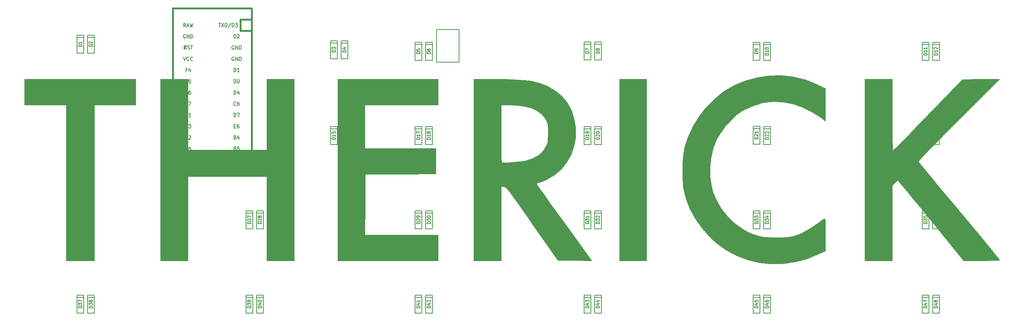
<source format=gbr>
G04 #@! TF.GenerationSoftware,KiCad,Pcbnew,(5.1.2-1)-1*
G04 #@! TF.CreationDate,2020-05-18T19:43:29-05:00*
G04 #@! TF.ProjectId,therick_THT,74686572-6963-46b5-9f54-48542e6b6963,rev?*
G04 #@! TF.SameCoordinates,Original*
G04 #@! TF.FileFunction,Legend,Top*
G04 #@! TF.FilePolarity,Positive*
%FSLAX46Y46*%
G04 Gerber Fmt 4.6, Leading zero omitted, Abs format (unit mm)*
G04 Created by KiCad (PCBNEW (5.1.2-1)-1) date 2020-05-18 19:43:29*
%MOMM*%
%LPD*%
G04 APERTURE LIST*
%ADD10C,0.150000*%
%ADD11C,0.010000*%
%ADD12C,0.381000*%
G04 APERTURE END LIST*
D10*
X149288500Y-40640000D02*
X144208500Y-40640000D01*
X149288500Y-48006000D02*
X149288500Y-40640000D01*
X144208500Y-48006000D02*
X149288500Y-48006000D01*
X144208500Y-40640000D02*
X144208500Y-48006000D01*
D11*
G36*
X246878929Y-59871428D02*
G01*
X246881883Y-61543072D01*
X246890337Y-63097105D01*
X246903677Y-64497210D01*
X246921290Y-65707067D01*
X246942564Y-66690357D01*
X246966883Y-67410760D01*
X246993636Y-67831957D01*
X247015000Y-67929645D01*
X247162057Y-67800144D01*
X247539354Y-67432063D01*
X248124923Y-66847698D01*
X248896799Y-66069348D01*
X249833016Y-65119310D01*
X250911606Y-64019882D01*
X252110604Y-62793361D01*
X253408042Y-61462045D01*
X254781956Y-60048231D01*
X254952500Y-59872461D01*
X262753929Y-51830632D01*
X266926119Y-51814244D01*
X271098309Y-51797857D01*
X261859067Y-61038431D01*
X260091316Y-62807420D01*
X258564187Y-64338443D01*
X257260940Y-65649331D01*
X256164837Y-66757913D01*
X255259138Y-67682019D01*
X254527105Y-68439478D01*
X253951999Y-69048120D01*
X253517080Y-69525775D01*
X253205610Y-69890271D01*
X253000850Y-70159440D01*
X252886061Y-70351109D01*
X252844503Y-70483109D01*
X252859438Y-70573270D01*
X252879020Y-70603564D01*
X253033989Y-70792180D01*
X253402394Y-71237760D01*
X253965841Y-71918126D01*
X254705938Y-72811099D01*
X255604289Y-73894502D01*
X256642502Y-75146157D01*
X257802182Y-76543884D01*
X259064936Y-78065507D01*
X260412370Y-79688848D01*
X261826091Y-81391727D01*
X262048137Y-81659161D01*
X263466767Y-83368415D01*
X264818951Y-84998908D01*
X266086638Y-86528793D01*
X267251776Y-87936226D01*
X268296314Y-89199360D01*
X269202200Y-90296349D01*
X269951383Y-91205346D01*
X270525810Y-91904507D01*
X270907431Y-92371985D01*
X271078194Y-92585934D01*
X271084916Y-92595456D01*
X271021949Y-92666034D01*
X270717863Y-92720196D01*
X270146768Y-92759258D01*
X269282777Y-92784539D01*
X268100001Y-92797356D01*
X267073565Y-92799619D01*
X262935357Y-92798523D01*
X255597068Y-83728190D01*
X254323599Y-82156205D01*
X253116862Y-80670585D01*
X251996232Y-79294925D01*
X250981086Y-78052819D01*
X250090798Y-76967863D01*
X249344744Y-76063651D01*
X248762299Y-75363777D01*
X248362838Y-74891836D01*
X248165738Y-74671423D01*
X248148730Y-74657857D01*
X247967746Y-74776834D01*
X247636660Y-75077818D01*
X247458805Y-75256137D01*
X246878929Y-75854417D01*
X246878929Y-92800714D01*
X240710357Y-92800714D01*
X240710357Y-51797857D01*
X246878929Y-51797857D01*
X246878929Y-59871428D01*
X246878929Y-59871428D01*
G37*
X246878929Y-59871428D02*
X246881883Y-61543072D01*
X246890337Y-63097105D01*
X246903677Y-64497210D01*
X246921290Y-65707067D01*
X246942564Y-66690357D01*
X246966883Y-67410760D01*
X246993636Y-67831957D01*
X247015000Y-67929645D01*
X247162057Y-67800144D01*
X247539354Y-67432063D01*
X248124923Y-66847698D01*
X248896799Y-66069348D01*
X249833016Y-65119310D01*
X250911606Y-64019882D01*
X252110604Y-62793361D01*
X253408042Y-61462045D01*
X254781956Y-60048231D01*
X254952500Y-59872461D01*
X262753929Y-51830632D01*
X266926119Y-51814244D01*
X271098309Y-51797857D01*
X261859067Y-61038431D01*
X260091316Y-62807420D01*
X258564187Y-64338443D01*
X257260940Y-65649331D01*
X256164837Y-66757913D01*
X255259138Y-67682019D01*
X254527105Y-68439478D01*
X253951999Y-69048120D01*
X253517080Y-69525775D01*
X253205610Y-69890271D01*
X253000850Y-70159440D01*
X252886061Y-70351109D01*
X252844503Y-70483109D01*
X252859438Y-70573270D01*
X252879020Y-70603564D01*
X253033989Y-70792180D01*
X253402394Y-71237760D01*
X253965841Y-71918126D01*
X254705938Y-72811099D01*
X255604289Y-73894502D01*
X256642502Y-75146157D01*
X257802182Y-76543884D01*
X259064936Y-78065507D01*
X260412370Y-79688848D01*
X261826091Y-81391727D01*
X262048137Y-81659161D01*
X263466767Y-83368415D01*
X264818951Y-84998908D01*
X266086638Y-86528793D01*
X267251776Y-87936226D01*
X268296314Y-89199360D01*
X269202200Y-90296349D01*
X269951383Y-91205346D01*
X270525810Y-91904507D01*
X270907431Y-92371985D01*
X271078194Y-92585934D01*
X271084916Y-92595456D01*
X271021949Y-92666034D01*
X270717863Y-92720196D01*
X270146768Y-92759258D01*
X269282777Y-92784539D01*
X268100001Y-92797356D01*
X267073565Y-92799619D01*
X262935357Y-92798523D01*
X255597068Y-83728190D01*
X254323599Y-82156205D01*
X253116862Y-80670585D01*
X251996232Y-79294925D01*
X250981086Y-78052819D01*
X250090798Y-76967863D01*
X249344744Y-76063651D01*
X248762299Y-75363777D01*
X248362838Y-74891836D01*
X248165738Y-74671423D01*
X248148730Y-74657857D01*
X247967746Y-74776834D01*
X247636660Y-75077818D01*
X247458805Y-75256137D01*
X246878929Y-75854417D01*
X246878929Y-92800714D01*
X240710357Y-92800714D01*
X240710357Y-51797857D01*
X246878929Y-51797857D01*
X246878929Y-59871428D01*
G36*
X191543214Y-92800714D02*
G01*
X185374643Y-92800714D01*
X185374643Y-51797857D01*
X191543214Y-51797857D01*
X191543214Y-92800714D01*
X191543214Y-92800714D01*
G37*
X191543214Y-92800714D02*
X185374643Y-92800714D01*
X185374643Y-51797857D01*
X191543214Y-51797857D01*
X191543214Y-92800714D01*
G36*
X157480000Y-51798368D02*
G01*
X159468920Y-51808496D01*
X161148034Y-51841475D01*
X162569932Y-51901871D01*
X163787203Y-51994249D01*
X164852438Y-52123172D01*
X165818226Y-52293207D01*
X166737157Y-52508917D01*
X167226908Y-52644405D01*
X169220046Y-53389894D01*
X170959515Y-54391749D01*
X172435426Y-55637572D01*
X173637889Y-57114960D01*
X174557016Y-58811512D01*
X175182916Y-60714828D01*
X175505700Y-62812505D01*
X175521766Y-63046156D01*
X175485329Y-65148491D01*
X175125665Y-67142798D01*
X174459534Y-68999212D01*
X173503693Y-70687868D01*
X172274904Y-72178898D01*
X170789926Y-73442438D01*
X169144209Y-74411127D01*
X168444051Y-74725047D01*
X167787792Y-74980484D01*
X167309674Y-75125505D01*
X167284566Y-75130515D01*
X166881007Y-75252169D01*
X166689877Y-75400195D01*
X166687500Y-75416142D01*
X166791311Y-75590574D01*
X167090262Y-76031838D01*
X167565626Y-76713631D01*
X168198678Y-77609653D01*
X168970693Y-78693600D01*
X169862945Y-79939172D01*
X170856708Y-81320066D01*
X171933258Y-82809980D01*
X172937744Y-84195237D01*
X179187989Y-92800714D01*
X175341673Y-92791417D01*
X171495357Y-92782119D01*
X165702821Y-84445702D01*
X164461140Y-82659461D01*
X163408538Y-81148419D01*
X162527363Y-79889566D01*
X161799964Y-78859894D01*
X161208690Y-78036394D01*
X160735888Y-77396057D01*
X160363908Y-76915874D01*
X160075098Y-76572836D01*
X159851806Y-76343933D01*
X159676380Y-76206158D01*
X159531170Y-76136501D01*
X159398524Y-76111953D01*
X159307464Y-76109286D01*
X158704643Y-76109286D01*
X158704643Y-92800714D01*
X152536072Y-92800714D01*
X152536072Y-64014047D01*
X158704643Y-64014047D01*
X158708367Y-65505646D01*
X158718957Y-66882056D01*
X158735538Y-68101229D01*
X158757238Y-69121115D01*
X158783183Y-69899667D01*
X158812498Y-70394835D01*
X158840714Y-70563125D01*
X159082684Y-70617914D01*
X159607283Y-70633276D01*
X160337033Y-70614359D01*
X161194454Y-70566313D01*
X162102068Y-70494288D01*
X162982396Y-70403432D01*
X163757958Y-70298895D01*
X164285192Y-70201276D01*
X165860441Y-69695647D01*
X167168292Y-68951237D01*
X168203684Y-67971686D01*
X168904593Y-66879521D01*
X169090144Y-66455784D01*
X169211158Y-66024714D01*
X169280741Y-65493615D01*
X169311995Y-64769793D01*
X169318214Y-63953571D01*
X169311339Y-63025644D01*
X169280520Y-62366379D01*
X169210466Y-61881686D01*
X169085887Y-61477475D01*
X168891493Y-61059654D01*
X168828205Y-60938276D01*
X168082703Y-59884015D01*
X167062284Y-59033558D01*
X165759813Y-58384032D01*
X164168159Y-57932565D01*
X162280186Y-57676283D01*
X160564286Y-57609901D01*
X158704643Y-57603571D01*
X158704643Y-64014047D01*
X152536072Y-64014047D01*
X152536072Y-51797857D01*
X157480000Y-51798368D01*
X157480000Y-51798368D01*
G37*
X157480000Y-51798368D02*
X159468920Y-51808496D01*
X161148034Y-51841475D01*
X162569932Y-51901871D01*
X163787203Y-51994249D01*
X164852438Y-52123172D01*
X165818226Y-52293207D01*
X166737157Y-52508917D01*
X167226908Y-52644405D01*
X169220046Y-53389894D01*
X170959515Y-54391749D01*
X172435426Y-55637572D01*
X173637889Y-57114960D01*
X174557016Y-58811512D01*
X175182916Y-60714828D01*
X175505700Y-62812505D01*
X175521766Y-63046156D01*
X175485329Y-65148491D01*
X175125665Y-67142798D01*
X174459534Y-68999212D01*
X173503693Y-70687868D01*
X172274904Y-72178898D01*
X170789926Y-73442438D01*
X169144209Y-74411127D01*
X168444051Y-74725047D01*
X167787792Y-74980484D01*
X167309674Y-75125505D01*
X167284566Y-75130515D01*
X166881007Y-75252169D01*
X166689877Y-75400195D01*
X166687500Y-75416142D01*
X166791311Y-75590574D01*
X167090262Y-76031838D01*
X167565626Y-76713631D01*
X168198678Y-77609653D01*
X168970693Y-78693600D01*
X169862945Y-79939172D01*
X170856708Y-81320066D01*
X171933258Y-82809980D01*
X172937744Y-84195237D01*
X179187989Y-92800714D01*
X175341673Y-92791417D01*
X171495357Y-92782119D01*
X165702821Y-84445702D01*
X164461140Y-82659461D01*
X163408538Y-81148419D01*
X162527363Y-79889566D01*
X161799964Y-78859894D01*
X161208690Y-78036394D01*
X160735888Y-77396057D01*
X160363908Y-76915874D01*
X160075098Y-76572836D01*
X159851806Y-76343933D01*
X159676380Y-76206158D01*
X159531170Y-76136501D01*
X159398524Y-76111953D01*
X159307464Y-76109286D01*
X158704643Y-76109286D01*
X158704643Y-92800714D01*
X152536072Y-92800714D01*
X152536072Y-64014047D01*
X158704643Y-64014047D01*
X158708367Y-65505646D01*
X158718957Y-66882056D01*
X158735538Y-68101229D01*
X158757238Y-69121115D01*
X158783183Y-69899667D01*
X158812498Y-70394835D01*
X158840714Y-70563125D01*
X159082684Y-70617914D01*
X159607283Y-70633276D01*
X160337033Y-70614359D01*
X161194454Y-70566313D01*
X162102068Y-70494288D01*
X162982396Y-70403432D01*
X163757958Y-70298895D01*
X164285192Y-70201276D01*
X165860441Y-69695647D01*
X167168292Y-68951237D01*
X168203684Y-67971686D01*
X168904593Y-66879521D01*
X169090144Y-66455784D01*
X169211158Y-66024714D01*
X169280741Y-65493615D01*
X169311995Y-64769793D01*
X169318214Y-63953571D01*
X169311339Y-63025644D01*
X169280520Y-62366379D01*
X169210466Y-61881686D01*
X169085887Y-61477475D01*
X168891493Y-61059654D01*
X168828205Y-60938276D01*
X168082703Y-59884015D01*
X167062284Y-59033558D01*
X165759813Y-58384032D01*
X164168159Y-57932565D01*
X162280186Y-57676283D01*
X160564286Y-57609901D01*
X158704643Y-57603571D01*
X158704643Y-64014047D01*
X152536072Y-64014047D01*
X152536072Y-51797857D01*
X157480000Y-51798368D01*
G36*
X144553214Y-57603571D02*
G01*
X128043214Y-57603571D01*
X128043214Y-67400714D01*
X144008929Y-67400714D01*
X144008929Y-73202614D01*
X136071429Y-73249878D01*
X128133929Y-73297143D01*
X128086390Y-80146071D01*
X128038851Y-86995000D01*
X144553214Y-86995000D01*
X144553214Y-92800714D01*
X121874643Y-92800714D01*
X121874643Y-51797857D01*
X144553214Y-51797857D01*
X144553214Y-57603571D01*
X144553214Y-57603571D01*
G37*
X144553214Y-57603571D02*
X128043214Y-57603571D01*
X128043214Y-67400714D01*
X144008929Y-67400714D01*
X144008929Y-73202614D01*
X136071429Y-73249878D01*
X128133929Y-73297143D01*
X128086390Y-80146071D01*
X128038851Y-86995000D01*
X144553214Y-86995000D01*
X144553214Y-92800714D01*
X121874643Y-92800714D01*
X121874643Y-51797857D01*
X144553214Y-51797857D01*
X144553214Y-57603571D01*
G36*
X88128929Y-67763571D02*
G01*
X105908929Y-67763571D01*
X105908929Y-51797857D01*
X112077500Y-51797857D01*
X112077500Y-92800714D01*
X105908929Y-92800714D01*
X105908929Y-73750714D01*
X88128929Y-73750714D01*
X88128929Y-92800714D01*
X81960357Y-92800714D01*
X81960357Y-51797857D01*
X88128929Y-51797857D01*
X88128929Y-67763571D01*
X88128929Y-67763571D01*
G37*
X88128929Y-67763571D02*
X105908929Y-67763571D01*
X105908929Y-51797857D01*
X112077500Y-51797857D01*
X112077500Y-92800714D01*
X105908929Y-92800714D01*
X105908929Y-73750714D01*
X88128929Y-73750714D01*
X88128929Y-92800714D01*
X81960357Y-92800714D01*
X81960357Y-51797857D01*
X88128929Y-51797857D01*
X88128929Y-67763571D01*
G36*
X76336072Y-57603571D02*
G01*
X67083214Y-57603571D01*
X67083214Y-92800714D01*
X60733214Y-92800714D01*
X60733214Y-57603571D01*
X51298929Y-57603571D01*
X51298929Y-51797857D01*
X76336072Y-51797857D01*
X76336072Y-57603571D01*
X76336072Y-57603571D01*
G37*
X76336072Y-57603571D02*
X67083214Y-57603571D01*
X67083214Y-92800714D01*
X60733214Y-92800714D01*
X60733214Y-57603571D01*
X51298929Y-57603571D01*
X51298929Y-51797857D01*
X76336072Y-51797857D01*
X76336072Y-57603571D01*
G36*
X224299595Y-51199986D02*
G01*
X226855646Y-51755919D01*
X227375357Y-51913559D01*
X227934427Y-52116896D01*
X228699620Y-52428197D01*
X229550431Y-52797384D01*
X230051429Y-53025637D01*
X231820357Y-53848317D01*
X231820357Y-61266908D01*
X230958572Y-60616043D01*
X228829407Y-59201255D01*
X226640374Y-58117660D01*
X224414520Y-57367484D01*
X222174895Y-56952953D01*
X219944548Y-56876292D01*
X217746529Y-57139727D01*
X215603887Y-57745482D01*
X213539672Y-58695784D01*
X213184380Y-58899949D01*
X211852620Y-59837582D01*
X210522207Y-61044887D01*
X209270344Y-62436695D01*
X208174238Y-63927841D01*
X207369718Y-65314286D01*
X206583789Y-67258891D01*
X206062395Y-69379256D01*
X205811687Y-71596379D01*
X205837817Y-73831261D01*
X206146935Y-76004900D01*
X206446753Y-77168607D01*
X207230511Y-79154148D01*
X208324288Y-81041141D01*
X209681806Y-82775948D01*
X211256784Y-84304932D01*
X213002941Y-85574454D01*
X214312500Y-86284797D01*
X215465026Y-86793710D01*
X216484115Y-87158244D01*
X217476250Y-87400393D01*
X218547916Y-87542148D01*
X219805594Y-87605504D01*
X220753214Y-87615065D01*
X222133121Y-87586868D01*
X223351537Y-87487424D01*
X224465031Y-87294453D01*
X225530170Y-86985677D01*
X226603522Y-86538817D01*
X227741653Y-85931594D01*
X229001132Y-85141729D01*
X230438526Y-84146943D01*
X231481750Y-83389656D01*
X231594979Y-83320330D01*
X231679681Y-83330341D01*
X231739989Y-83462472D01*
X231780037Y-83759505D01*
X231803960Y-84264221D01*
X231815892Y-85019403D01*
X231819965Y-86067833D01*
X231820357Y-86893925D01*
X231820357Y-90647109D01*
X230323572Y-91348291D01*
X227687045Y-92389294D01*
X224946363Y-93101038D01*
X222147833Y-93477061D01*
X219337762Y-93510899D01*
X216796126Y-93236609D01*
X214222465Y-92622764D01*
X211758677Y-91665603D01*
X209415718Y-90370923D01*
X207204546Y-88744523D01*
X205686670Y-87357857D01*
X203923345Y-85411523D01*
X202484519Y-83387462D01*
X201332032Y-81219971D01*
X200427726Y-78843350D01*
X200109652Y-77755527D01*
X199941768Y-77101090D01*
X199818964Y-76517591D01*
X199734076Y-75927316D01*
X199679941Y-75252552D01*
X199649395Y-74415583D01*
X199635274Y-73338697D01*
X199631780Y-72571428D01*
X199647493Y-70933251D01*
X199715340Y-69564903D01*
X199850688Y-68375225D01*
X200068900Y-67273057D01*
X200385341Y-66167239D01*
X200815378Y-64966613D01*
X200987689Y-64526902D01*
X201999583Y-62397171D01*
X203304655Y-60302255D01*
X204843064Y-58316207D01*
X206554966Y-56513079D01*
X208380518Y-54966926D01*
X209155714Y-54419312D01*
X211403876Y-53137193D01*
X213829808Y-52144024D01*
X216382929Y-51446762D01*
X219012655Y-51052364D01*
X221668404Y-50967787D01*
X224299595Y-51199986D01*
X224299595Y-51199986D01*
G37*
X224299595Y-51199986D02*
X226855646Y-51755919D01*
X227375357Y-51913559D01*
X227934427Y-52116896D01*
X228699620Y-52428197D01*
X229550431Y-52797384D01*
X230051429Y-53025637D01*
X231820357Y-53848317D01*
X231820357Y-61266908D01*
X230958572Y-60616043D01*
X228829407Y-59201255D01*
X226640374Y-58117660D01*
X224414520Y-57367484D01*
X222174895Y-56952953D01*
X219944548Y-56876292D01*
X217746529Y-57139727D01*
X215603887Y-57745482D01*
X213539672Y-58695784D01*
X213184380Y-58899949D01*
X211852620Y-59837582D01*
X210522207Y-61044887D01*
X209270344Y-62436695D01*
X208174238Y-63927841D01*
X207369718Y-65314286D01*
X206583789Y-67258891D01*
X206062395Y-69379256D01*
X205811687Y-71596379D01*
X205837817Y-73831261D01*
X206146935Y-76004900D01*
X206446753Y-77168607D01*
X207230511Y-79154148D01*
X208324288Y-81041141D01*
X209681806Y-82775948D01*
X211256784Y-84304932D01*
X213002941Y-85574454D01*
X214312500Y-86284797D01*
X215465026Y-86793710D01*
X216484115Y-87158244D01*
X217476250Y-87400393D01*
X218547916Y-87542148D01*
X219805594Y-87605504D01*
X220753214Y-87615065D01*
X222133121Y-87586868D01*
X223351537Y-87487424D01*
X224465031Y-87294453D01*
X225530170Y-86985677D01*
X226603522Y-86538817D01*
X227741653Y-85931594D01*
X229001132Y-85141729D01*
X230438526Y-84146943D01*
X231481750Y-83389656D01*
X231594979Y-83320330D01*
X231679681Y-83330341D01*
X231739989Y-83462472D01*
X231780037Y-83759505D01*
X231803960Y-84264221D01*
X231815892Y-85019403D01*
X231819965Y-86067833D01*
X231820357Y-86893925D01*
X231820357Y-90647109D01*
X230323572Y-91348291D01*
X227687045Y-92389294D01*
X224946363Y-93101038D01*
X222147833Y-93477061D01*
X219337762Y-93510899D01*
X216796126Y-93236609D01*
X214222465Y-92622764D01*
X211758677Y-91665603D01*
X209415718Y-90370923D01*
X207204546Y-88744523D01*
X205686670Y-87357857D01*
X203923345Y-85411523D01*
X202484519Y-83387462D01*
X201332032Y-81219971D01*
X200427726Y-78843350D01*
X200109652Y-77755527D01*
X199941768Y-77101090D01*
X199818964Y-76517591D01*
X199734076Y-75927316D01*
X199679941Y-75252552D01*
X199649395Y-74415583D01*
X199635274Y-73338697D01*
X199631780Y-72571428D01*
X199647493Y-70933251D01*
X199715340Y-69564903D01*
X199850688Y-68375225D01*
X200068900Y-67273057D01*
X200385341Y-66167239D01*
X200815378Y-64966613D01*
X200987689Y-64526902D01*
X201999583Y-62397171D01*
X203304655Y-60302255D01*
X204843064Y-58316207D01*
X206554966Y-56513079D01*
X208380518Y-54966926D01*
X209155714Y-54419312D01*
X211403876Y-53137193D01*
X213829808Y-52144024D01*
X216382929Y-51446762D01*
X219012655Y-51052364D01*
X221668404Y-50967787D01*
X224299595Y-51199986D01*
D12*
X100012500Y-40878125D02*
X102552500Y-40878125D01*
X100012500Y-38338125D02*
X100012500Y-40878125D01*
D10*
G36*
X87617865Y-44627155D02*
G01*
X87617865Y-44727155D01*
X87517865Y-44727155D01*
X87517865Y-44627155D01*
X87617865Y-44627155D01*
G37*
X87617865Y-44627155D02*
X87617865Y-44727155D01*
X87517865Y-44727155D01*
X87517865Y-44627155D01*
X87617865Y-44627155D01*
G36*
X87417865Y-44227155D02*
G01*
X87417865Y-45027155D01*
X87317865Y-45027155D01*
X87317865Y-44227155D01*
X87417865Y-44227155D01*
G37*
X87417865Y-44227155D02*
X87417865Y-45027155D01*
X87317865Y-45027155D01*
X87317865Y-44227155D01*
X87417865Y-44227155D01*
G36*
X87817865Y-44827155D02*
G01*
X87817865Y-45027155D01*
X87717865Y-45027155D01*
X87717865Y-44827155D01*
X87817865Y-44827155D01*
G37*
X87817865Y-44827155D02*
X87817865Y-45027155D01*
X87717865Y-45027155D01*
X87717865Y-44827155D01*
X87817865Y-44827155D01*
G36*
X87817865Y-44227155D02*
G01*
X87817865Y-44527155D01*
X87717865Y-44527155D01*
X87717865Y-44227155D01*
X87817865Y-44227155D01*
G37*
X87817865Y-44227155D02*
X87817865Y-44527155D01*
X87717865Y-44527155D01*
X87717865Y-44227155D01*
X87817865Y-44227155D01*
G36*
X87817865Y-44227155D02*
G01*
X87817865Y-44327155D01*
X87317865Y-44327155D01*
X87317865Y-44227155D01*
X87817865Y-44227155D01*
G37*
X87817865Y-44227155D02*
X87817865Y-44327155D01*
X87317865Y-44327155D01*
X87317865Y-44227155D01*
X87817865Y-44227155D01*
D12*
X84772500Y-68818125D02*
X84772500Y-35798125D01*
X102552500Y-68818125D02*
X84772500Y-68818125D01*
X102552500Y-35798125D02*
X102552500Y-68818125D01*
X84772500Y-35798125D02*
X102552500Y-35798125D01*
X100012500Y-38338125D02*
X102552500Y-38338125D01*
D10*
X64658875Y-42369750D02*
X63134875Y-42369750D01*
X64658875Y-45925750D02*
X64658875Y-41861750D01*
X63134875Y-45925750D02*
X64658875Y-45925750D01*
X63134875Y-41861750D02*
X63134875Y-45925750D01*
X63134875Y-45925750D02*
X63134875Y-41861750D01*
X64658875Y-41861750D02*
X63134875Y-41861750D01*
X143241920Y-63007250D02*
X141717920Y-63007250D01*
X143241920Y-66563250D02*
X143241920Y-62499250D01*
X141717920Y-66563250D02*
X143241920Y-66563250D01*
X141717920Y-62499250D02*
X141717920Y-66563250D01*
X141717920Y-66563250D02*
X141717920Y-62499250D01*
X143241920Y-62499250D02*
X141717920Y-62499250D01*
X217061600Y-43449760D02*
X215537600Y-43449760D01*
X215537600Y-47513760D02*
X215537600Y-43449760D01*
X215537600Y-43449760D02*
X215537600Y-47513760D01*
X215537600Y-47513760D02*
X217061600Y-47513760D01*
X217061600Y-47513760D02*
X217061600Y-43449760D01*
X217061600Y-43957760D02*
X215537600Y-43957760D01*
X219442880Y-43449760D02*
X217918880Y-43449760D01*
X217918880Y-47513760D02*
X217918880Y-43449760D01*
X217918880Y-43449760D02*
X217918880Y-47513760D01*
X217918880Y-47513760D02*
X219442880Y-47513760D01*
X219442880Y-47513760D02*
X219442880Y-43449760D01*
X219442880Y-43957760D02*
X217918880Y-43957760D01*
X178961120Y-100600480D02*
X177437120Y-100600480D01*
X177437120Y-104664480D02*
X177437120Y-100600480D01*
X177437120Y-100600480D02*
X177437120Y-104664480D01*
X177437120Y-104664480D02*
X178961120Y-104664480D01*
X178961120Y-104664480D02*
X178961120Y-100600480D01*
X178961120Y-101108480D02*
X177437120Y-101108480D01*
X219442880Y-62499250D02*
X217918880Y-62499250D01*
X217918880Y-66563250D02*
X217918880Y-62499250D01*
X217918880Y-62499250D02*
X217918880Y-66563250D01*
X217918880Y-66563250D02*
X219442880Y-66563250D01*
X219442880Y-66563250D02*
X219442880Y-62499250D01*
X219442880Y-63007250D02*
X217918880Y-63007250D01*
X67040960Y-41862260D02*
X65516960Y-41862260D01*
X65516960Y-45926260D02*
X65516960Y-41862260D01*
X65516960Y-41862260D02*
X65516960Y-45926260D01*
X65516960Y-45926260D02*
X67040960Y-45926260D01*
X67040960Y-45926260D02*
X67040960Y-41862260D01*
X67040960Y-42370260D02*
X65516960Y-42370260D01*
X121810160Y-43096635D02*
X120286160Y-43096635D01*
X120286160Y-47160635D02*
X120286160Y-43096635D01*
X120286160Y-43096635D02*
X120286160Y-47160635D01*
X120286160Y-47160635D02*
X121810160Y-47160635D01*
X121810160Y-47160635D02*
X121810160Y-43096635D01*
X121810160Y-43604635D02*
X120286160Y-43604635D01*
X124191440Y-43096635D02*
X122667440Y-43096635D01*
X122667440Y-47160635D02*
X122667440Y-43096635D01*
X122667440Y-43096635D02*
X122667440Y-47160635D01*
X122667440Y-47160635D02*
X124191440Y-47160635D01*
X124191440Y-47160635D02*
X124191440Y-43096635D01*
X124191440Y-43604635D02*
X122667440Y-43604635D01*
X140860640Y-43449760D02*
X139336640Y-43449760D01*
X139336640Y-47513760D02*
X139336640Y-43449760D01*
X139336640Y-43449760D02*
X139336640Y-47513760D01*
X139336640Y-47513760D02*
X140860640Y-47513760D01*
X140860640Y-47513760D02*
X140860640Y-43449760D01*
X140860640Y-43957760D02*
X139336640Y-43957760D01*
X143241920Y-43449760D02*
X141717920Y-43449760D01*
X141717920Y-47513760D02*
X141717920Y-43449760D01*
X141717920Y-43449760D02*
X141717920Y-47513760D01*
X141717920Y-47513760D02*
X143241920Y-47513760D01*
X143241920Y-47513760D02*
X143241920Y-43449760D01*
X143241920Y-43957760D02*
X141717920Y-43957760D01*
X178961120Y-43390400D02*
X177437120Y-43390400D01*
X177437120Y-47454400D02*
X177437120Y-43390400D01*
X177437120Y-43390400D02*
X177437120Y-47454400D01*
X177437120Y-47454400D02*
X178961120Y-47454400D01*
X178961120Y-47454400D02*
X178961120Y-43390400D01*
X178961120Y-43898400D02*
X177437120Y-43898400D01*
X181342400Y-43390400D02*
X179818400Y-43390400D01*
X179818400Y-47454400D02*
X179818400Y-43390400D01*
X179818400Y-43390400D02*
X179818400Y-47454400D01*
X179818400Y-47454400D02*
X181342400Y-47454400D01*
X181342400Y-47454400D02*
X181342400Y-43390400D01*
X181342400Y-43898400D02*
X179818400Y-43898400D01*
X255162080Y-43449760D02*
X253638080Y-43449760D01*
X253638080Y-47513760D02*
X253638080Y-43449760D01*
X253638080Y-43449760D02*
X253638080Y-47513760D01*
X253638080Y-47513760D02*
X255162080Y-47513760D01*
X255162080Y-47513760D02*
X255162080Y-43449760D01*
X255162080Y-43957760D02*
X253638080Y-43957760D01*
X257543360Y-43449250D02*
X256019360Y-43449250D01*
X256019360Y-47513250D02*
X256019360Y-43449250D01*
X256019360Y-43449250D02*
X256019360Y-47513250D01*
X256019360Y-47513250D02*
X257543360Y-47513250D01*
X257543360Y-47513250D02*
X257543360Y-43449250D01*
X257543360Y-43957250D02*
X256019360Y-43957250D01*
X64659680Y-62594500D02*
X63135680Y-62594500D01*
X63135680Y-66658500D02*
X63135680Y-62594500D01*
X63135680Y-62594500D02*
X63135680Y-66658500D01*
X63135680Y-66658500D02*
X64659680Y-66658500D01*
X64659680Y-66658500D02*
X64659680Y-62594500D01*
X64659680Y-63102500D02*
X63135680Y-63102500D01*
X67040960Y-62595250D02*
X65516960Y-62595250D01*
X65516960Y-66659250D02*
X65516960Y-62595250D01*
X65516960Y-62595250D02*
X65516960Y-66659250D01*
X65516960Y-66659250D02*
X67040960Y-66659250D01*
X67040960Y-66659250D02*
X67040960Y-62595250D01*
X67040960Y-63103250D02*
X65516960Y-63103250D01*
X121810160Y-62515875D02*
X120286160Y-62515875D01*
X120286160Y-66579875D02*
X120286160Y-62515875D01*
X120286160Y-62515875D02*
X120286160Y-66579875D01*
X120286160Y-66579875D02*
X121810160Y-66579875D01*
X121810160Y-66579875D02*
X121810160Y-62515875D01*
X121810160Y-63023875D02*
X120286160Y-63023875D01*
X124191440Y-62515875D02*
X122667440Y-62515875D01*
X122667440Y-66579875D02*
X122667440Y-62515875D01*
X122667440Y-62515875D02*
X122667440Y-66579875D01*
X122667440Y-66579875D02*
X124191440Y-66579875D01*
X124191440Y-66579875D02*
X124191440Y-62515875D01*
X124191440Y-63023875D02*
X122667440Y-63023875D01*
X140860640Y-62499250D02*
X139336640Y-62499250D01*
X139336640Y-66563250D02*
X139336640Y-62499250D01*
X139336640Y-62499250D02*
X139336640Y-66563250D01*
X139336640Y-66563250D02*
X140860640Y-66563250D01*
X140860640Y-66563250D02*
X140860640Y-62499250D01*
X140860640Y-63007250D02*
X139336640Y-63007250D01*
X178961120Y-62499250D02*
X177437120Y-62499250D01*
X177437120Y-66563250D02*
X177437120Y-62499250D01*
X177437120Y-62499250D02*
X177437120Y-66563250D01*
X177437120Y-66563250D02*
X178961120Y-66563250D01*
X178961120Y-66563250D02*
X178961120Y-62499250D01*
X178961120Y-63007250D02*
X177437120Y-63007250D01*
X181342400Y-62500000D02*
X179818400Y-62500000D01*
X179818400Y-66564000D02*
X179818400Y-62500000D01*
X179818400Y-62500000D02*
X179818400Y-66564000D01*
X179818400Y-66564000D02*
X181342400Y-66564000D01*
X181342400Y-66564000D02*
X181342400Y-62500000D01*
X181342400Y-63008000D02*
X179818400Y-63008000D01*
X217061600Y-62468800D02*
X215537600Y-62468800D01*
X215537600Y-66532800D02*
X215537600Y-62468800D01*
X215537600Y-62468800D02*
X215537600Y-66532800D01*
X215537600Y-66532800D02*
X217061600Y-66532800D01*
X217061600Y-66532800D02*
X217061600Y-62468800D01*
X217061600Y-62976800D02*
X215537600Y-62976800D01*
X255162080Y-62500000D02*
X253638080Y-62500000D01*
X253638080Y-66564000D02*
X253638080Y-62500000D01*
X253638080Y-62500000D02*
X253638080Y-66564000D01*
X253638080Y-66564000D02*
X255162080Y-66564000D01*
X255162080Y-66564000D02*
X255162080Y-62500000D01*
X255162080Y-63008000D02*
X253638080Y-63008000D01*
X257543360Y-62499250D02*
X256019360Y-62499250D01*
X256019360Y-66563250D02*
X256019360Y-62499250D01*
X256019360Y-62499250D02*
X256019360Y-66563250D01*
X256019360Y-66563250D02*
X257543360Y-66563250D01*
X257543360Y-66563250D02*
X257543360Y-62499250D01*
X257543360Y-63007250D02*
X256019360Y-63007250D01*
X64659680Y-81518490D02*
X63135680Y-81518490D01*
X63135680Y-85582490D02*
X63135680Y-81518490D01*
X63135680Y-81518490D02*
X63135680Y-85582490D01*
X63135680Y-85582490D02*
X64659680Y-85582490D01*
X64659680Y-85582490D02*
X64659680Y-81518490D01*
X64659680Y-82026490D02*
X63135680Y-82026490D01*
X67040960Y-81518490D02*
X65516960Y-81518490D01*
X65516960Y-85582490D02*
X65516960Y-81518490D01*
X65516960Y-81518490D02*
X65516960Y-85582490D01*
X65516960Y-85582490D02*
X67040960Y-85582490D01*
X67040960Y-85582490D02*
X67040960Y-81518490D01*
X67040960Y-82026490D02*
X65516960Y-82026490D01*
X102760160Y-81550240D02*
X101236160Y-81550240D01*
X101236160Y-85614240D02*
X101236160Y-81550240D01*
X101236160Y-81550240D02*
X101236160Y-85614240D01*
X101236160Y-85614240D02*
X102760160Y-85614240D01*
X102760160Y-85614240D02*
X102760160Y-81550240D01*
X102760160Y-82058240D02*
X101236160Y-82058240D01*
X105141440Y-81550240D02*
X103617440Y-81550240D01*
X103617440Y-85614240D02*
X103617440Y-81550240D01*
X103617440Y-81550240D02*
X103617440Y-85614240D01*
X103617440Y-85614240D02*
X105141440Y-85614240D01*
X105141440Y-85614240D02*
X105141440Y-81550240D01*
X105141440Y-82058240D02*
X103617440Y-82058240D01*
X140860640Y-81550240D02*
X139336640Y-81550240D01*
X139336640Y-85614240D02*
X139336640Y-81550240D01*
X139336640Y-81550240D02*
X139336640Y-85614240D01*
X139336640Y-85614240D02*
X140860640Y-85614240D01*
X140860640Y-85614240D02*
X140860640Y-81550240D01*
X140860640Y-82058240D02*
X139336640Y-82058240D01*
X143241920Y-81549250D02*
X141717920Y-81549250D01*
X141717920Y-85613250D02*
X141717920Y-81549250D01*
X141717920Y-81549250D02*
X141717920Y-85613250D01*
X141717920Y-85613250D02*
X143241920Y-85613250D01*
X143241920Y-85613250D02*
X143241920Y-81549250D01*
X143241920Y-82057250D02*
X141717920Y-82057250D01*
X178961120Y-81550240D02*
X177437120Y-81550240D01*
X177437120Y-85614240D02*
X177437120Y-81550240D01*
X177437120Y-81550240D02*
X177437120Y-85614240D01*
X177437120Y-85614240D02*
X178961120Y-85614240D01*
X178961120Y-85614240D02*
X178961120Y-81550240D01*
X178961120Y-82058240D02*
X177437120Y-82058240D01*
X181342400Y-81550240D02*
X179818400Y-81550240D01*
X179818400Y-85614240D02*
X179818400Y-81550240D01*
X179818400Y-81550240D02*
X179818400Y-85614240D01*
X179818400Y-85614240D02*
X181342400Y-85614240D01*
X181342400Y-85614240D02*
X181342400Y-81550240D01*
X181342400Y-82058240D02*
X179818400Y-82058240D01*
X217061600Y-81550240D02*
X215537600Y-81550240D01*
X215537600Y-85614240D02*
X215537600Y-81550240D01*
X215537600Y-81550240D02*
X215537600Y-85614240D01*
X215537600Y-85614240D02*
X217061600Y-85614240D01*
X217061600Y-85614240D02*
X217061600Y-81550240D01*
X217061600Y-82058240D02*
X215537600Y-82058240D01*
X219442880Y-81550240D02*
X217918880Y-81550240D01*
X217918880Y-85614240D02*
X217918880Y-81550240D01*
X217918880Y-81550240D02*
X217918880Y-85614240D01*
X217918880Y-85614240D02*
X219442880Y-85614240D01*
X219442880Y-85614240D02*
X219442880Y-81550240D01*
X219442880Y-82058240D02*
X217918880Y-82058240D01*
X255162080Y-81550240D02*
X253638080Y-81550240D01*
X253638080Y-85614240D02*
X253638080Y-81550240D01*
X253638080Y-81550240D02*
X253638080Y-85614240D01*
X253638080Y-85614240D02*
X255162080Y-85614240D01*
X255162080Y-85614240D02*
X255162080Y-81550240D01*
X255162080Y-82058240D02*
X253638080Y-82058240D01*
X257543360Y-81550240D02*
X256019360Y-81550240D01*
X256019360Y-85614240D02*
X256019360Y-81550240D01*
X256019360Y-81550240D02*
X256019360Y-85614240D01*
X256019360Y-85614240D02*
X257543360Y-85614240D01*
X257543360Y-85614240D02*
X257543360Y-81550240D01*
X257543360Y-82058240D02*
X256019360Y-82058240D01*
X64659680Y-100600480D02*
X63135680Y-100600480D01*
X63135680Y-104664480D02*
X63135680Y-100600480D01*
X63135680Y-100600480D02*
X63135680Y-104664480D01*
X63135680Y-104664480D02*
X64659680Y-104664480D01*
X64659680Y-104664480D02*
X64659680Y-100600480D01*
X64659680Y-101108480D02*
X63135680Y-101108480D01*
X67040960Y-100600480D02*
X65516960Y-100600480D01*
X65516960Y-104664480D02*
X65516960Y-100600480D01*
X65516960Y-100600480D02*
X65516960Y-104664480D01*
X65516960Y-104664480D02*
X67040960Y-104664480D01*
X67040960Y-104664480D02*
X67040960Y-100600480D01*
X67040960Y-101108480D02*
X65516960Y-101108480D01*
X102760160Y-100600480D02*
X101236160Y-100600480D01*
X101236160Y-104664480D02*
X101236160Y-100600480D01*
X101236160Y-100600480D02*
X101236160Y-104664480D01*
X101236160Y-104664480D02*
X102760160Y-104664480D01*
X102760160Y-104664480D02*
X102760160Y-100600480D01*
X102760160Y-101108480D02*
X101236160Y-101108480D01*
X105141440Y-100600480D02*
X103617440Y-100600480D01*
X103617440Y-104664480D02*
X103617440Y-100600480D01*
X103617440Y-100600480D02*
X103617440Y-104664480D01*
X103617440Y-104664480D02*
X105141440Y-104664480D01*
X105141440Y-104664480D02*
X105141440Y-100600480D01*
X105141440Y-101108480D02*
X103617440Y-101108480D01*
X140860640Y-100600480D02*
X139336640Y-100600480D01*
X139336640Y-104664480D02*
X139336640Y-100600480D01*
X139336640Y-100600480D02*
X139336640Y-104664480D01*
X139336640Y-104664480D02*
X140860640Y-104664480D01*
X140860640Y-104664480D02*
X140860640Y-100600480D01*
X140860640Y-101108480D02*
X139336640Y-101108480D01*
X143241920Y-100600480D02*
X141717920Y-100600480D01*
X141717920Y-104664480D02*
X141717920Y-100600480D01*
X141717920Y-100600480D02*
X141717920Y-104664480D01*
X141717920Y-104664480D02*
X143241920Y-104664480D01*
X143241920Y-104664480D02*
X143241920Y-100600480D01*
X143241920Y-101108480D02*
X141717920Y-101108480D01*
X181342400Y-100600480D02*
X179818400Y-100600480D01*
X179818400Y-104664480D02*
X179818400Y-100600480D01*
X179818400Y-100600480D02*
X179818400Y-104664480D01*
X179818400Y-104664480D02*
X181342400Y-104664480D01*
X181342400Y-104664480D02*
X181342400Y-100600480D01*
X181342400Y-101108480D02*
X179818400Y-101108480D01*
X217061600Y-100599250D02*
X215537600Y-100599250D01*
X215537600Y-104663250D02*
X215537600Y-100599250D01*
X215537600Y-100599250D02*
X215537600Y-104663250D01*
X215537600Y-104663250D02*
X217061600Y-104663250D01*
X217061600Y-104663250D02*
X217061600Y-100599250D01*
X217061600Y-101107250D02*
X215537600Y-101107250D01*
X219442880Y-100599250D02*
X217918880Y-100599250D01*
X217918880Y-104663250D02*
X217918880Y-100599250D01*
X217918880Y-100599250D02*
X217918880Y-104663250D01*
X217918880Y-104663250D02*
X219442880Y-104663250D01*
X219442880Y-104663250D02*
X219442880Y-100599250D01*
X219442880Y-101107250D02*
X217918880Y-101107250D01*
X255162080Y-100600480D02*
X253638080Y-100600480D01*
X253638080Y-104664480D02*
X253638080Y-100600480D01*
X253638080Y-100600480D02*
X253638080Y-104664480D01*
X253638080Y-104664480D02*
X255162080Y-104664480D01*
X255162080Y-104664480D02*
X255162080Y-100600480D01*
X255162080Y-101108480D02*
X253638080Y-101108480D01*
X257543360Y-100600480D02*
X256019360Y-100600480D01*
X256019360Y-104664480D02*
X256019360Y-100600480D01*
X256019360Y-100600480D02*
X256019360Y-104664480D01*
X256019360Y-104664480D02*
X257543360Y-104664480D01*
X257543360Y-104664480D02*
X257543360Y-100600480D01*
X257543360Y-101108480D02*
X256019360Y-101108480D01*
X98533023Y-42510029D02*
X98533023Y-41710029D01*
X98723500Y-41710029D01*
X98837785Y-41748125D01*
X98913976Y-41824315D01*
X98952071Y-41900505D01*
X98990166Y-42052886D01*
X98990166Y-42167172D01*
X98952071Y-42319553D01*
X98913976Y-42395744D01*
X98837785Y-42471934D01*
X98723500Y-42510029D01*
X98533023Y-42510029D01*
X99294928Y-41786220D02*
X99333023Y-41748125D01*
X99409214Y-41710029D01*
X99599690Y-41710029D01*
X99675880Y-41748125D01*
X99713976Y-41786220D01*
X99752071Y-41862410D01*
X99752071Y-41938601D01*
X99713976Y-42052886D01*
X99256833Y-42510029D01*
X99752071Y-42510029D01*
X98533023Y-52670029D02*
X98533023Y-51870029D01*
X98723500Y-51870029D01*
X98837785Y-51908125D01*
X98913976Y-51984315D01*
X98952071Y-52060505D01*
X98990166Y-52212886D01*
X98990166Y-52327172D01*
X98952071Y-52479553D01*
X98913976Y-52555744D01*
X98837785Y-52631934D01*
X98723500Y-52670029D01*
X98533023Y-52670029D01*
X99485404Y-51870029D02*
X99561595Y-51870029D01*
X99637785Y-51908125D01*
X99675880Y-51946220D01*
X99713976Y-52022410D01*
X99752071Y-52174791D01*
X99752071Y-52365267D01*
X99713976Y-52517648D01*
X99675880Y-52593839D01*
X99637785Y-52631934D01*
X99561595Y-52670029D01*
X99485404Y-52670029D01*
X99409214Y-52631934D01*
X99371119Y-52593839D01*
X99333023Y-52517648D01*
X99294928Y-52365267D01*
X99294928Y-52174791D01*
X99333023Y-52022410D01*
X99371119Y-51946220D01*
X99409214Y-51908125D01*
X99485404Y-51870029D01*
X98533023Y-50130029D02*
X98533023Y-49330029D01*
X98723500Y-49330029D01*
X98837785Y-49368125D01*
X98913976Y-49444315D01*
X98952071Y-49520505D01*
X98990166Y-49672886D01*
X98990166Y-49787172D01*
X98952071Y-49939553D01*
X98913976Y-50015744D01*
X98837785Y-50091934D01*
X98723500Y-50130029D01*
X98533023Y-50130029D01*
X99752071Y-50130029D02*
X99294928Y-50130029D01*
X99523500Y-50130029D02*
X99523500Y-49330029D01*
X99447309Y-49444315D01*
X99371119Y-49520505D01*
X99294928Y-49558601D01*
X98513976Y-46828125D02*
X98437785Y-46790029D01*
X98323500Y-46790029D01*
X98209214Y-46828125D01*
X98133023Y-46904315D01*
X98094928Y-46980505D01*
X98056833Y-47132886D01*
X98056833Y-47247172D01*
X98094928Y-47399553D01*
X98133023Y-47475744D01*
X98209214Y-47551934D01*
X98323500Y-47590029D01*
X98399690Y-47590029D01*
X98513976Y-47551934D01*
X98552071Y-47513839D01*
X98552071Y-47247172D01*
X98399690Y-47247172D01*
X98894928Y-47590029D02*
X98894928Y-46790029D01*
X99352071Y-47590029D01*
X99352071Y-46790029D01*
X99733023Y-47590029D02*
X99733023Y-46790029D01*
X99923500Y-46790029D01*
X100037785Y-46828125D01*
X100113976Y-46904315D01*
X100152071Y-46980505D01*
X100190166Y-47132886D01*
X100190166Y-47247172D01*
X100152071Y-47399553D01*
X100113976Y-47475744D01*
X100037785Y-47551934D01*
X99923500Y-47590029D01*
X99733023Y-47590029D01*
X98513976Y-44288125D02*
X98437785Y-44250029D01*
X98323500Y-44250029D01*
X98209214Y-44288125D01*
X98133023Y-44364315D01*
X98094928Y-44440505D01*
X98056833Y-44592886D01*
X98056833Y-44707172D01*
X98094928Y-44859553D01*
X98133023Y-44935744D01*
X98209214Y-45011934D01*
X98323500Y-45050029D01*
X98399690Y-45050029D01*
X98513976Y-45011934D01*
X98552071Y-44973839D01*
X98552071Y-44707172D01*
X98399690Y-44707172D01*
X98894928Y-45050029D02*
X98894928Y-44250029D01*
X99352071Y-45050029D01*
X99352071Y-44250029D01*
X99733023Y-45050029D02*
X99733023Y-44250029D01*
X99923500Y-44250029D01*
X100037785Y-44288125D01*
X100113976Y-44364315D01*
X100152071Y-44440505D01*
X100190166Y-44592886D01*
X100190166Y-44707172D01*
X100152071Y-44859553D01*
X100113976Y-44935744D01*
X100037785Y-45011934D01*
X99923500Y-45050029D01*
X99733023Y-45050029D01*
X98533023Y-55210029D02*
X98533023Y-54410029D01*
X98723500Y-54410029D01*
X98837785Y-54448125D01*
X98913976Y-54524315D01*
X98952071Y-54600505D01*
X98990166Y-54752886D01*
X98990166Y-54867172D01*
X98952071Y-55019553D01*
X98913976Y-55095744D01*
X98837785Y-55171934D01*
X98723500Y-55210029D01*
X98533023Y-55210029D01*
X99675880Y-54676696D02*
X99675880Y-55210029D01*
X99485404Y-54371934D02*
X99294928Y-54943363D01*
X99790166Y-54943363D01*
X98990166Y-57673839D02*
X98952071Y-57711934D01*
X98837785Y-57750029D01*
X98761595Y-57750029D01*
X98647309Y-57711934D01*
X98571119Y-57635744D01*
X98533023Y-57559553D01*
X98494928Y-57407172D01*
X98494928Y-57292886D01*
X98533023Y-57140505D01*
X98571119Y-57064315D01*
X98647309Y-56988125D01*
X98761595Y-56950029D01*
X98837785Y-56950029D01*
X98952071Y-56988125D01*
X98990166Y-57026220D01*
X99675880Y-56950029D02*
X99523500Y-56950029D01*
X99447309Y-56988125D01*
X99409214Y-57026220D01*
X99333023Y-57140505D01*
X99294928Y-57292886D01*
X99294928Y-57597648D01*
X99333023Y-57673839D01*
X99371119Y-57711934D01*
X99447309Y-57750029D01*
X99599690Y-57750029D01*
X99675880Y-57711934D01*
X99713976Y-57673839D01*
X99752071Y-57597648D01*
X99752071Y-57407172D01*
X99713976Y-57330982D01*
X99675880Y-57292886D01*
X99599690Y-57254791D01*
X99447309Y-57254791D01*
X99371119Y-57292886D01*
X99333023Y-57330982D01*
X99294928Y-57407172D01*
X98533023Y-60290029D02*
X98533023Y-59490029D01*
X98723500Y-59490029D01*
X98837785Y-59528125D01*
X98913976Y-59604315D01*
X98952071Y-59680505D01*
X98990166Y-59832886D01*
X98990166Y-59947172D01*
X98952071Y-60099553D01*
X98913976Y-60175744D01*
X98837785Y-60251934D01*
X98723500Y-60290029D01*
X98533023Y-60290029D01*
X99256833Y-59490029D02*
X99790166Y-59490029D01*
X99447309Y-60290029D01*
X98571119Y-62410982D02*
X98837785Y-62410982D01*
X98952071Y-62830029D02*
X98571119Y-62830029D01*
X98571119Y-62030029D01*
X98952071Y-62030029D01*
X99637785Y-62030029D02*
X99485404Y-62030029D01*
X99409214Y-62068125D01*
X99371119Y-62106220D01*
X99294928Y-62220505D01*
X99256833Y-62372886D01*
X99256833Y-62677648D01*
X99294928Y-62753839D01*
X99333023Y-62791934D01*
X99409214Y-62830029D01*
X99561595Y-62830029D01*
X99637785Y-62791934D01*
X99675880Y-62753839D01*
X99713976Y-62677648D01*
X99713976Y-62487172D01*
X99675880Y-62410982D01*
X99637785Y-62372886D01*
X99561595Y-62334791D01*
X99409214Y-62334791D01*
X99333023Y-62372886D01*
X99294928Y-62410982D01*
X99256833Y-62487172D01*
X98799690Y-64950982D02*
X98913976Y-64989077D01*
X98952071Y-65027172D01*
X98990166Y-65103363D01*
X98990166Y-65217648D01*
X98952071Y-65293839D01*
X98913976Y-65331934D01*
X98837785Y-65370029D01*
X98533023Y-65370029D01*
X98533023Y-64570029D01*
X98799690Y-64570029D01*
X98875880Y-64608125D01*
X98913976Y-64646220D01*
X98952071Y-64722410D01*
X98952071Y-64798601D01*
X98913976Y-64874791D01*
X98875880Y-64912886D01*
X98799690Y-64950982D01*
X98533023Y-64950982D01*
X99675880Y-64836696D02*
X99675880Y-65370029D01*
X99485404Y-64531934D02*
X99294928Y-65103363D01*
X99790166Y-65103363D01*
X98799690Y-67490982D02*
X98913976Y-67529077D01*
X98952071Y-67567172D01*
X98990166Y-67643363D01*
X98990166Y-67757648D01*
X98952071Y-67833839D01*
X98913976Y-67871934D01*
X98837785Y-67910029D01*
X98533023Y-67910029D01*
X98533023Y-67110029D01*
X98799690Y-67110029D01*
X98875880Y-67148125D01*
X98913976Y-67186220D01*
X98952071Y-67262410D01*
X98952071Y-67338601D01*
X98913976Y-67414791D01*
X98875880Y-67452886D01*
X98799690Y-67490982D01*
X98533023Y-67490982D01*
X99713976Y-67110029D02*
X99333023Y-67110029D01*
X99294928Y-67490982D01*
X99333023Y-67452886D01*
X99409214Y-67414791D01*
X99599690Y-67414791D01*
X99675880Y-67452886D01*
X99713976Y-67490982D01*
X99752071Y-67567172D01*
X99752071Y-67757648D01*
X99713976Y-67833839D01*
X99675880Y-67871934D01*
X99599690Y-67910029D01*
X99409214Y-67910029D01*
X99333023Y-67871934D01*
X99294928Y-67833839D01*
X87877690Y-67490982D02*
X87991976Y-67529077D01*
X88030071Y-67567172D01*
X88068166Y-67643363D01*
X88068166Y-67757648D01*
X88030071Y-67833839D01*
X87991976Y-67871934D01*
X87915785Y-67910029D01*
X87611023Y-67910029D01*
X87611023Y-67110029D01*
X87877690Y-67110029D01*
X87953880Y-67148125D01*
X87991976Y-67186220D01*
X88030071Y-67262410D01*
X88030071Y-67338601D01*
X87991976Y-67414791D01*
X87953880Y-67452886D01*
X87877690Y-67490982D01*
X87611023Y-67490982D01*
X88753880Y-67110029D02*
X88601500Y-67110029D01*
X88525309Y-67148125D01*
X88487214Y-67186220D01*
X88411023Y-67300505D01*
X88372928Y-67452886D01*
X88372928Y-67757648D01*
X88411023Y-67833839D01*
X88449119Y-67871934D01*
X88525309Y-67910029D01*
X88677690Y-67910029D01*
X88753880Y-67871934D01*
X88791976Y-67833839D01*
X88830071Y-67757648D01*
X88830071Y-67567172D01*
X88791976Y-67490982D01*
X88753880Y-67452886D01*
X88677690Y-67414791D01*
X88525309Y-67414791D01*
X88449119Y-67452886D01*
X88411023Y-67490982D01*
X88372928Y-67567172D01*
X87877690Y-62410982D02*
X87991976Y-62449077D01*
X88030071Y-62487172D01*
X88068166Y-62563363D01*
X88068166Y-62677648D01*
X88030071Y-62753839D01*
X87991976Y-62791934D01*
X87915785Y-62830029D01*
X87611023Y-62830029D01*
X87611023Y-62030029D01*
X87877690Y-62030029D01*
X87953880Y-62068125D01*
X87991976Y-62106220D01*
X88030071Y-62182410D01*
X88030071Y-62258601D01*
X87991976Y-62334791D01*
X87953880Y-62372886D01*
X87877690Y-62410982D01*
X87611023Y-62410982D01*
X88334833Y-62030029D02*
X88830071Y-62030029D01*
X88563404Y-62334791D01*
X88677690Y-62334791D01*
X88753880Y-62372886D01*
X88791976Y-62410982D01*
X88830071Y-62487172D01*
X88830071Y-62677648D01*
X88791976Y-62753839D01*
X88753880Y-62791934D01*
X88677690Y-62830029D01*
X88449119Y-62830029D01*
X88372928Y-62791934D01*
X88334833Y-62753839D01*
X87877690Y-59870982D02*
X87991976Y-59909077D01*
X88030071Y-59947172D01*
X88068166Y-60023363D01*
X88068166Y-60137648D01*
X88030071Y-60213839D01*
X87991976Y-60251934D01*
X87915785Y-60290029D01*
X87611023Y-60290029D01*
X87611023Y-59490029D01*
X87877690Y-59490029D01*
X87953880Y-59528125D01*
X87991976Y-59566220D01*
X88030071Y-59642410D01*
X88030071Y-59718601D01*
X87991976Y-59794791D01*
X87953880Y-59832886D01*
X87877690Y-59870982D01*
X87611023Y-59870982D01*
X88830071Y-60290029D02*
X88372928Y-60290029D01*
X88601500Y-60290029D02*
X88601500Y-59490029D01*
X88525309Y-59604315D01*
X88449119Y-59680505D01*
X88372928Y-59718601D01*
X87934833Y-49710982D02*
X87668166Y-49710982D01*
X87668166Y-50130029D02*
X87668166Y-49330029D01*
X88049119Y-49330029D01*
X88696738Y-49596696D02*
X88696738Y-50130029D01*
X88506261Y-49291934D02*
X88315785Y-49863363D01*
X88811023Y-49863363D01*
X87134833Y-46790029D02*
X87401500Y-47590029D01*
X87668166Y-46790029D01*
X88391976Y-47513839D02*
X88353880Y-47551934D01*
X88239595Y-47590029D01*
X88163404Y-47590029D01*
X88049119Y-47551934D01*
X87972928Y-47475744D01*
X87934833Y-47399553D01*
X87896738Y-47247172D01*
X87896738Y-47132886D01*
X87934833Y-46980505D01*
X87972928Y-46904315D01*
X88049119Y-46828125D01*
X88163404Y-46790029D01*
X88239595Y-46790029D01*
X88353880Y-46828125D01*
X88391976Y-46866220D01*
X89191976Y-47513839D02*
X89153880Y-47551934D01*
X89039595Y-47590029D01*
X88963404Y-47590029D01*
X88849119Y-47551934D01*
X88772928Y-47475744D01*
X88734833Y-47399553D01*
X88696738Y-47247172D01*
X88696738Y-47132886D01*
X88734833Y-46980505D01*
X88772928Y-46904315D01*
X88849119Y-46828125D01*
X88963404Y-46790029D01*
X89039595Y-46790029D01*
X89153880Y-46828125D01*
X89191976Y-46866220D01*
X87591976Y-41748125D02*
X87515785Y-41710029D01*
X87401500Y-41710029D01*
X87287214Y-41748125D01*
X87211023Y-41824315D01*
X87172928Y-41900505D01*
X87134833Y-42052886D01*
X87134833Y-42167172D01*
X87172928Y-42319553D01*
X87211023Y-42395744D01*
X87287214Y-42471934D01*
X87401500Y-42510029D01*
X87477690Y-42510029D01*
X87591976Y-42471934D01*
X87630071Y-42433839D01*
X87630071Y-42167172D01*
X87477690Y-42167172D01*
X87972928Y-42510029D02*
X87972928Y-41710029D01*
X88430071Y-42510029D01*
X88430071Y-41710029D01*
X88811023Y-42510029D02*
X88811023Y-41710029D01*
X89001500Y-41710029D01*
X89115785Y-41748125D01*
X89191976Y-41824315D01*
X89230071Y-41900505D01*
X89268166Y-42052886D01*
X89268166Y-42167172D01*
X89230071Y-42319553D01*
X89191976Y-42395744D01*
X89115785Y-42471934D01*
X89001500Y-42510029D01*
X88811023Y-42510029D01*
X87649119Y-39970029D02*
X87382452Y-39589077D01*
X87191976Y-39970029D02*
X87191976Y-39170029D01*
X87496738Y-39170029D01*
X87572928Y-39208125D01*
X87611023Y-39246220D01*
X87649119Y-39322410D01*
X87649119Y-39436696D01*
X87611023Y-39512886D01*
X87572928Y-39550982D01*
X87496738Y-39589077D01*
X87191976Y-39589077D01*
X87953880Y-39741458D02*
X88334833Y-39741458D01*
X87877690Y-39970029D02*
X88144357Y-39170029D01*
X88411023Y-39970029D01*
X88601500Y-39170029D02*
X88791976Y-39970029D01*
X88944357Y-39398601D01*
X89096738Y-39970029D01*
X89287214Y-39170029D01*
X87934833Y-52250982D02*
X87668166Y-52250982D01*
X87668166Y-52670029D02*
X87668166Y-51870029D01*
X88049119Y-51870029D01*
X88734833Y-51870029D02*
X88353880Y-51870029D01*
X88315785Y-52250982D01*
X88353880Y-52212886D01*
X88430071Y-52174791D01*
X88620547Y-52174791D01*
X88696738Y-52212886D01*
X88734833Y-52250982D01*
X88772928Y-52327172D01*
X88772928Y-52517648D01*
X88734833Y-52593839D01*
X88696738Y-52631934D01*
X88620547Y-52670029D01*
X88430071Y-52670029D01*
X88353880Y-52631934D01*
X88315785Y-52593839D01*
X87934833Y-54790982D02*
X87668166Y-54790982D01*
X87668166Y-55210029D02*
X87668166Y-54410029D01*
X88049119Y-54410029D01*
X88696738Y-54410029D02*
X88544357Y-54410029D01*
X88468166Y-54448125D01*
X88430071Y-54486220D01*
X88353880Y-54600505D01*
X88315785Y-54752886D01*
X88315785Y-55057648D01*
X88353880Y-55133839D01*
X88391976Y-55171934D01*
X88468166Y-55210029D01*
X88620547Y-55210029D01*
X88696738Y-55171934D01*
X88734833Y-55133839D01*
X88772928Y-55057648D01*
X88772928Y-54867172D01*
X88734833Y-54790982D01*
X88696738Y-54752886D01*
X88620547Y-54714791D01*
X88468166Y-54714791D01*
X88391976Y-54752886D01*
X88353880Y-54790982D01*
X88315785Y-54867172D01*
X87934833Y-57330982D02*
X87668166Y-57330982D01*
X87668166Y-57750029D02*
X87668166Y-56950029D01*
X88049119Y-56950029D01*
X88277690Y-56950029D02*
X88811023Y-56950029D01*
X88468166Y-57750029D01*
X87877690Y-64950982D02*
X87991976Y-64989077D01*
X88030071Y-65027172D01*
X88068166Y-65103363D01*
X88068166Y-65217648D01*
X88030071Y-65293839D01*
X87991976Y-65331934D01*
X87915785Y-65370029D01*
X87611023Y-65370029D01*
X87611023Y-64570029D01*
X87877690Y-64570029D01*
X87953880Y-64608125D01*
X87991976Y-64646220D01*
X88030071Y-64722410D01*
X88030071Y-64798601D01*
X87991976Y-64874791D01*
X87953880Y-64912886D01*
X87877690Y-64950982D01*
X87611023Y-64950982D01*
X88372928Y-64646220D02*
X88411023Y-64608125D01*
X88487214Y-64570029D01*
X88677690Y-64570029D01*
X88753880Y-64608125D01*
X88791976Y-64646220D01*
X88830071Y-64722410D01*
X88830071Y-64798601D01*
X88791976Y-64912886D01*
X88334833Y-65370029D01*
X88830071Y-65370029D01*
X95043895Y-39170029D02*
X95501038Y-39170029D01*
X95272467Y-39970029D02*
X95272467Y-39170029D01*
X95691514Y-39170029D02*
X96224848Y-39970029D01*
X96224848Y-39170029D02*
X95691514Y-39970029D01*
X96681991Y-39170029D02*
X96758181Y-39170029D01*
X96834372Y-39208125D01*
X96872467Y-39246220D01*
X96910562Y-39322410D01*
X96948657Y-39474791D01*
X96948657Y-39665267D01*
X96910562Y-39817648D01*
X96872467Y-39893839D01*
X96834372Y-39931934D01*
X96758181Y-39970029D01*
X96681991Y-39970029D01*
X96605800Y-39931934D01*
X96567705Y-39893839D01*
X96529610Y-39817648D01*
X96491514Y-39665267D01*
X96491514Y-39474791D01*
X96529610Y-39322410D01*
X96567705Y-39246220D01*
X96605800Y-39208125D01*
X96681991Y-39170029D01*
X97862943Y-39131934D02*
X97177229Y-40160505D01*
X98129610Y-39970029D02*
X98129610Y-39170029D01*
X98320086Y-39170029D01*
X98434372Y-39208125D01*
X98510562Y-39284315D01*
X98548657Y-39360505D01*
X98586752Y-39512886D01*
X98586752Y-39627172D01*
X98548657Y-39779553D01*
X98510562Y-39855744D01*
X98434372Y-39931934D01*
X98320086Y-39970029D01*
X98129610Y-39970029D01*
X98853419Y-39170029D02*
X99348657Y-39170029D01*
X99081991Y-39474791D01*
X99196276Y-39474791D01*
X99272467Y-39512886D01*
X99310562Y-39550982D01*
X99348657Y-39627172D01*
X99348657Y-39817648D01*
X99310562Y-39893839D01*
X99272467Y-39931934D01*
X99196276Y-39970029D01*
X98967705Y-39970029D01*
X98891514Y-39931934D01*
X98853419Y-39893839D01*
X88089166Y-44991934D02*
X88203452Y-45030029D01*
X88393928Y-45030029D01*
X88470119Y-44991934D01*
X88508214Y-44953839D01*
X88546309Y-44877648D01*
X88546309Y-44801458D01*
X88508214Y-44725267D01*
X88470119Y-44687172D01*
X88393928Y-44649077D01*
X88241547Y-44610982D01*
X88165357Y-44572886D01*
X88127261Y-44534791D01*
X88089166Y-44458601D01*
X88089166Y-44382410D01*
X88127261Y-44306220D01*
X88165357Y-44268125D01*
X88241547Y-44230029D01*
X88432023Y-44230029D01*
X88546309Y-44268125D01*
X88774880Y-44230029D02*
X89232023Y-44230029D01*
X89003452Y-45030029D02*
X89003452Y-44230029D01*
X64258779Y-44410416D02*
X63458779Y-44410416D01*
X63458779Y-44243750D01*
X63496875Y-44143750D01*
X63573065Y-44077083D01*
X63649255Y-44043750D01*
X63801636Y-44010416D01*
X63915922Y-44010416D01*
X64068303Y-44043750D01*
X64144494Y-44077083D01*
X64220684Y-44143750D01*
X64258779Y-44243750D01*
X64258779Y-44410416D01*
X64258779Y-43343750D02*
X64258779Y-43743750D01*
X64258779Y-43543750D02*
X63458779Y-43543750D01*
X63573065Y-43610416D01*
X63649255Y-43677083D01*
X63687351Y-43743750D01*
X142841824Y-65381250D02*
X142041824Y-65381250D01*
X142041824Y-65214583D01*
X142079920Y-65114583D01*
X142156110Y-65047916D01*
X142232300Y-65014583D01*
X142384681Y-64981250D01*
X142498967Y-64981250D01*
X142651348Y-65014583D01*
X142727539Y-65047916D01*
X142803729Y-65114583D01*
X142841824Y-65214583D01*
X142841824Y-65381250D01*
X142841824Y-64314583D02*
X142841824Y-64714583D01*
X142841824Y-64514583D02*
X142041824Y-64514583D01*
X142156110Y-64581250D01*
X142232300Y-64647916D01*
X142270396Y-64714583D01*
X142384681Y-63914583D02*
X142346586Y-63981250D01*
X142308491Y-64014583D01*
X142232300Y-64047916D01*
X142194205Y-64047916D01*
X142118015Y-64014583D01*
X142079920Y-63981250D01*
X142041824Y-63914583D01*
X142041824Y-63781250D01*
X142079920Y-63714583D01*
X142118015Y-63681250D01*
X142194205Y-63647916D01*
X142232300Y-63647916D01*
X142308491Y-63681250D01*
X142346586Y-63714583D01*
X142384681Y-63781250D01*
X142384681Y-63914583D01*
X142422777Y-63981250D01*
X142460872Y-64014583D01*
X142537062Y-64047916D01*
X142689443Y-64047916D01*
X142765634Y-64014583D01*
X142803729Y-63981250D01*
X142841824Y-63914583D01*
X142841824Y-63781250D01*
X142803729Y-63714583D01*
X142765634Y-63681250D01*
X142689443Y-63647916D01*
X142537062Y-63647916D01*
X142460872Y-63681250D01*
X142422777Y-63714583D01*
X142384681Y-63781250D01*
X216661504Y-45998426D02*
X215861504Y-45998426D01*
X215861504Y-45831760D01*
X215899600Y-45731760D01*
X215975790Y-45665093D01*
X216051980Y-45631760D01*
X216204361Y-45598426D01*
X216318647Y-45598426D01*
X216471028Y-45631760D01*
X216547219Y-45665093D01*
X216623409Y-45731760D01*
X216661504Y-45831760D01*
X216661504Y-45998426D01*
X216661504Y-45265093D02*
X216661504Y-45131760D01*
X216623409Y-45065093D01*
X216585314Y-45031760D01*
X216471028Y-44965093D01*
X216318647Y-44931760D01*
X216013885Y-44931760D01*
X215937695Y-44965093D01*
X215899600Y-44998426D01*
X215861504Y-45065093D01*
X215861504Y-45198426D01*
X215899600Y-45265093D01*
X215937695Y-45298426D01*
X216013885Y-45331760D01*
X216204361Y-45331760D01*
X216280552Y-45298426D01*
X216318647Y-45265093D01*
X216356742Y-45198426D01*
X216356742Y-45065093D01*
X216318647Y-44998426D01*
X216280552Y-44965093D01*
X216204361Y-44931760D01*
X219042784Y-46331760D02*
X218242784Y-46331760D01*
X218242784Y-46165093D01*
X218280880Y-46065093D01*
X218357070Y-45998426D01*
X218433260Y-45965093D01*
X218585641Y-45931760D01*
X218699927Y-45931760D01*
X218852308Y-45965093D01*
X218928499Y-45998426D01*
X219004689Y-46065093D01*
X219042784Y-46165093D01*
X219042784Y-46331760D01*
X219042784Y-45265093D02*
X219042784Y-45665093D01*
X219042784Y-45465093D02*
X218242784Y-45465093D01*
X218357070Y-45531760D01*
X218433260Y-45598426D01*
X218471356Y-45665093D01*
X218242784Y-44831760D02*
X218242784Y-44765093D01*
X218280880Y-44698426D01*
X218318975Y-44665093D01*
X218395165Y-44631760D01*
X218547546Y-44598426D01*
X218738022Y-44598426D01*
X218890403Y-44631760D01*
X218966594Y-44665093D01*
X219004689Y-44698426D01*
X219042784Y-44765093D01*
X219042784Y-44831760D01*
X219004689Y-44898426D01*
X218966594Y-44931760D01*
X218890403Y-44965093D01*
X218738022Y-44998426D01*
X218547546Y-44998426D01*
X218395165Y-44965093D01*
X218318975Y-44931760D01*
X218280880Y-44898426D01*
X218242784Y-44831760D01*
X178561024Y-103482480D02*
X177761024Y-103482480D01*
X177761024Y-103315813D01*
X177799120Y-103215813D01*
X177875310Y-103149146D01*
X177951500Y-103115813D01*
X178103881Y-103082480D01*
X178218167Y-103082480D01*
X178370548Y-103115813D01*
X178446739Y-103149146D01*
X178522929Y-103215813D01*
X178561024Y-103315813D01*
X178561024Y-103482480D01*
X178027691Y-102482480D02*
X178561024Y-102482480D01*
X177722929Y-102649146D02*
X178294358Y-102815813D01*
X178294358Y-102382480D01*
X177761024Y-102182480D02*
X177761024Y-101749146D01*
X178065786Y-101982480D01*
X178065786Y-101882480D01*
X178103881Y-101815813D01*
X178141977Y-101782480D01*
X178218167Y-101749146D01*
X178408643Y-101749146D01*
X178484834Y-101782480D01*
X178522929Y-101815813D01*
X178561024Y-101882480D01*
X178561024Y-102082480D01*
X178522929Y-102149146D01*
X178484834Y-102182480D01*
X219042784Y-65381250D02*
X218242784Y-65381250D01*
X218242784Y-65214583D01*
X218280880Y-65114583D01*
X218357070Y-65047916D01*
X218433260Y-65014583D01*
X218585641Y-64981250D01*
X218699927Y-64981250D01*
X218852308Y-65014583D01*
X218928499Y-65047916D01*
X219004689Y-65114583D01*
X219042784Y-65214583D01*
X219042784Y-65381250D01*
X218318975Y-64714583D02*
X218280880Y-64681250D01*
X218242784Y-64614583D01*
X218242784Y-64447916D01*
X218280880Y-64381250D01*
X218318975Y-64347916D01*
X218395165Y-64314583D01*
X218471356Y-64314583D01*
X218585641Y-64347916D01*
X219042784Y-64747916D01*
X219042784Y-64314583D01*
X218318975Y-64047916D02*
X218280880Y-64014583D01*
X218242784Y-63947916D01*
X218242784Y-63781250D01*
X218280880Y-63714583D01*
X218318975Y-63681250D01*
X218395165Y-63647916D01*
X218471356Y-63647916D01*
X218585641Y-63681250D01*
X219042784Y-64081250D01*
X219042784Y-63647916D01*
X66640864Y-44410926D02*
X65840864Y-44410926D01*
X65840864Y-44244260D01*
X65878960Y-44144260D01*
X65955150Y-44077593D01*
X66031340Y-44044260D01*
X66183721Y-44010926D01*
X66298007Y-44010926D01*
X66450388Y-44044260D01*
X66526579Y-44077593D01*
X66602769Y-44144260D01*
X66640864Y-44244260D01*
X66640864Y-44410926D01*
X65917055Y-43744260D02*
X65878960Y-43710926D01*
X65840864Y-43644260D01*
X65840864Y-43477593D01*
X65878960Y-43410926D01*
X65917055Y-43377593D01*
X65993245Y-43344260D01*
X66069436Y-43344260D01*
X66183721Y-43377593D01*
X66640864Y-43777593D01*
X66640864Y-43344260D01*
X121410064Y-45645301D02*
X120610064Y-45645301D01*
X120610064Y-45478635D01*
X120648160Y-45378635D01*
X120724350Y-45311968D01*
X120800540Y-45278635D01*
X120952921Y-45245301D01*
X121067207Y-45245301D01*
X121219588Y-45278635D01*
X121295779Y-45311968D01*
X121371969Y-45378635D01*
X121410064Y-45478635D01*
X121410064Y-45645301D01*
X120610064Y-45011968D02*
X120610064Y-44578635D01*
X120914826Y-44811968D01*
X120914826Y-44711968D01*
X120952921Y-44645301D01*
X120991017Y-44611968D01*
X121067207Y-44578635D01*
X121257683Y-44578635D01*
X121333874Y-44611968D01*
X121371969Y-44645301D01*
X121410064Y-44711968D01*
X121410064Y-44911968D01*
X121371969Y-44978635D01*
X121333874Y-45011968D01*
X123791344Y-45645301D02*
X122991344Y-45645301D01*
X122991344Y-45478635D01*
X123029440Y-45378635D01*
X123105630Y-45311968D01*
X123181820Y-45278635D01*
X123334201Y-45245301D01*
X123448487Y-45245301D01*
X123600868Y-45278635D01*
X123677059Y-45311968D01*
X123753249Y-45378635D01*
X123791344Y-45478635D01*
X123791344Y-45645301D01*
X123258011Y-44645301D02*
X123791344Y-44645301D01*
X122953249Y-44811968D02*
X123524678Y-44978635D01*
X123524678Y-44545301D01*
X140460544Y-45998426D02*
X139660544Y-45998426D01*
X139660544Y-45831760D01*
X139698640Y-45731760D01*
X139774830Y-45665093D01*
X139851020Y-45631760D01*
X140003401Y-45598426D01*
X140117687Y-45598426D01*
X140270068Y-45631760D01*
X140346259Y-45665093D01*
X140422449Y-45731760D01*
X140460544Y-45831760D01*
X140460544Y-45998426D01*
X139660544Y-44965093D02*
X139660544Y-45298426D01*
X140041497Y-45331760D01*
X140003401Y-45298426D01*
X139965306Y-45231760D01*
X139965306Y-45065093D01*
X140003401Y-44998426D01*
X140041497Y-44965093D01*
X140117687Y-44931760D01*
X140308163Y-44931760D01*
X140384354Y-44965093D01*
X140422449Y-44998426D01*
X140460544Y-45065093D01*
X140460544Y-45231760D01*
X140422449Y-45298426D01*
X140384354Y-45331760D01*
X142841824Y-45998426D02*
X142041824Y-45998426D01*
X142041824Y-45831760D01*
X142079920Y-45731760D01*
X142156110Y-45665093D01*
X142232300Y-45631760D01*
X142384681Y-45598426D01*
X142498967Y-45598426D01*
X142651348Y-45631760D01*
X142727539Y-45665093D01*
X142803729Y-45731760D01*
X142841824Y-45831760D01*
X142841824Y-45998426D01*
X142041824Y-44998426D02*
X142041824Y-45131760D01*
X142079920Y-45198426D01*
X142118015Y-45231760D01*
X142232300Y-45298426D01*
X142384681Y-45331760D01*
X142689443Y-45331760D01*
X142765634Y-45298426D01*
X142803729Y-45265093D01*
X142841824Y-45198426D01*
X142841824Y-45065093D01*
X142803729Y-44998426D01*
X142765634Y-44965093D01*
X142689443Y-44931760D01*
X142498967Y-44931760D01*
X142422777Y-44965093D01*
X142384681Y-44998426D01*
X142346586Y-45065093D01*
X142346586Y-45198426D01*
X142384681Y-45265093D01*
X142422777Y-45298426D01*
X142498967Y-45331760D01*
X178561024Y-45939066D02*
X177761024Y-45939066D01*
X177761024Y-45772400D01*
X177799120Y-45672400D01*
X177875310Y-45605733D01*
X177951500Y-45572400D01*
X178103881Y-45539066D01*
X178218167Y-45539066D01*
X178370548Y-45572400D01*
X178446739Y-45605733D01*
X178522929Y-45672400D01*
X178561024Y-45772400D01*
X178561024Y-45939066D01*
X177761024Y-45305733D02*
X177761024Y-44839066D01*
X178561024Y-45139066D01*
X180942304Y-45939066D02*
X180142304Y-45939066D01*
X180142304Y-45772400D01*
X180180400Y-45672400D01*
X180256590Y-45605733D01*
X180332780Y-45572400D01*
X180485161Y-45539066D01*
X180599447Y-45539066D01*
X180751828Y-45572400D01*
X180828019Y-45605733D01*
X180904209Y-45672400D01*
X180942304Y-45772400D01*
X180942304Y-45939066D01*
X180485161Y-45139066D02*
X180447066Y-45205733D01*
X180408971Y-45239066D01*
X180332780Y-45272400D01*
X180294685Y-45272400D01*
X180218495Y-45239066D01*
X180180400Y-45205733D01*
X180142304Y-45139066D01*
X180142304Y-45005733D01*
X180180400Y-44939066D01*
X180218495Y-44905733D01*
X180294685Y-44872400D01*
X180332780Y-44872400D01*
X180408971Y-44905733D01*
X180447066Y-44939066D01*
X180485161Y-45005733D01*
X180485161Y-45139066D01*
X180523257Y-45205733D01*
X180561352Y-45239066D01*
X180637542Y-45272400D01*
X180789923Y-45272400D01*
X180866114Y-45239066D01*
X180904209Y-45205733D01*
X180942304Y-45139066D01*
X180942304Y-45005733D01*
X180904209Y-44939066D01*
X180866114Y-44905733D01*
X180789923Y-44872400D01*
X180637542Y-44872400D01*
X180561352Y-44905733D01*
X180523257Y-44939066D01*
X180485161Y-45005733D01*
X254761984Y-46331760D02*
X253961984Y-46331760D01*
X253961984Y-46165093D01*
X254000080Y-46065093D01*
X254076270Y-45998426D01*
X254152460Y-45965093D01*
X254304841Y-45931760D01*
X254419127Y-45931760D01*
X254571508Y-45965093D01*
X254647699Y-45998426D01*
X254723889Y-46065093D01*
X254761984Y-46165093D01*
X254761984Y-46331760D01*
X254761984Y-45265093D02*
X254761984Y-45665093D01*
X254761984Y-45465093D02*
X253961984Y-45465093D01*
X254076270Y-45531760D01*
X254152460Y-45598426D01*
X254190556Y-45665093D01*
X254761984Y-44598426D02*
X254761984Y-44998426D01*
X254761984Y-44798426D02*
X253961984Y-44798426D01*
X254076270Y-44865093D01*
X254152460Y-44931760D01*
X254190556Y-44998426D01*
X257143264Y-46331250D02*
X256343264Y-46331250D01*
X256343264Y-46164583D01*
X256381360Y-46064583D01*
X256457550Y-45997916D01*
X256533740Y-45964583D01*
X256686121Y-45931250D01*
X256800407Y-45931250D01*
X256952788Y-45964583D01*
X257028979Y-45997916D01*
X257105169Y-46064583D01*
X257143264Y-46164583D01*
X257143264Y-46331250D01*
X257143264Y-45264583D02*
X257143264Y-45664583D01*
X257143264Y-45464583D02*
X256343264Y-45464583D01*
X256457550Y-45531250D01*
X256533740Y-45597916D01*
X256571836Y-45664583D01*
X256419455Y-44997916D02*
X256381360Y-44964583D01*
X256343264Y-44897916D01*
X256343264Y-44731250D01*
X256381360Y-44664583D01*
X256419455Y-44631250D01*
X256495645Y-44597916D01*
X256571836Y-44597916D01*
X256686121Y-44631250D01*
X257143264Y-45031250D01*
X257143264Y-44597916D01*
X64259584Y-65476500D02*
X63459584Y-65476500D01*
X63459584Y-65309833D01*
X63497680Y-65209833D01*
X63573870Y-65143166D01*
X63650060Y-65109833D01*
X63802441Y-65076500D01*
X63916727Y-65076500D01*
X64069108Y-65109833D01*
X64145299Y-65143166D01*
X64221489Y-65209833D01*
X64259584Y-65309833D01*
X64259584Y-65476500D01*
X64259584Y-64409833D02*
X64259584Y-64809833D01*
X64259584Y-64609833D02*
X63459584Y-64609833D01*
X63573870Y-64676500D01*
X63650060Y-64743166D01*
X63688156Y-64809833D01*
X63459584Y-64176500D02*
X63459584Y-63743166D01*
X63764346Y-63976500D01*
X63764346Y-63876500D01*
X63802441Y-63809833D01*
X63840537Y-63776500D01*
X63916727Y-63743166D01*
X64107203Y-63743166D01*
X64183394Y-63776500D01*
X64221489Y-63809833D01*
X64259584Y-63876500D01*
X64259584Y-64076500D01*
X64221489Y-64143166D01*
X64183394Y-64176500D01*
X66640864Y-65477250D02*
X65840864Y-65477250D01*
X65840864Y-65310583D01*
X65878960Y-65210583D01*
X65955150Y-65143916D01*
X66031340Y-65110583D01*
X66183721Y-65077250D01*
X66298007Y-65077250D01*
X66450388Y-65110583D01*
X66526579Y-65143916D01*
X66602769Y-65210583D01*
X66640864Y-65310583D01*
X66640864Y-65477250D01*
X66640864Y-64410583D02*
X66640864Y-64810583D01*
X66640864Y-64610583D02*
X65840864Y-64610583D01*
X65955150Y-64677250D01*
X66031340Y-64743916D01*
X66069436Y-64810583D01*
X66107531Y-63810583D02*
X66640864Y-63810583D01*
X65802769Y-63977250D02*
X66374198Y-64143916D01*
X66374198Y-63710583D01*
X121410064Y-65397875D02*
X120610064Y-65397875D01*
X120610064Y-65231208D01*
X120648160Y-65131208D01*
X120724350Y-65064541D01*
X120800540Y-65031208D01*
X120952921Y-64997875D01*
X121067207Y-64997875D01*
X121219588Y-65031208D01*
X121295779Y-65064541D01*
X121371969Y-65131208D01*
X121410064Y-65231208D01*
X121410064Y-65397875D01*
X121410064Y-64331208D02*
X121410064Y-64731208D01*
X121410064Y-64531208D02*
X120610064Y-64531208D01*
X120724350Y-64597875D01*
X120800540Y-64664541D01*
X120838636Y-64731208D01*
X120610064Y-63697875D02*
X120610064Y-64031208D01*
X120991017Y-64064541D01*
X120952921Y-64031208D01*
X120914826Y-63964541D01*
X120914826Y-63797875D01*
X120952921Y-63731208D01*
X120991017Y-63697875D01*
X121067207Y-63664541D01*
X121257683Y-63664541D01*
X121333874Y-63697875D01*
X121371969Y-63731208D01*
X121410064Y-63797875D01*
X121410064Y-63964541D01*
X121371969Y-64031208D01*
X121333874Y-64064541D01*
X123791344Y-65397875D02*
X122991344Y-65397875D01*
X122991344Y-65231208D01*
X123029440Y-65131208D01*
X123105630Y-65064541D01*
X123181820Y-65031208D01*
X123334201Y-64997875D01*
X123448487Y-64997875D01*
X123600868Y-65031208D01*
X123677059Y-65064541D01*
X123753249Y-65131208D01*
X123791344Y-65231208D01*
X123791344Y-65397875D01*
X123791344Y-64331208D02*
X123791344Y-64731208D01*
X123791344Y-64531208D02*
X122991344Y-64531208D01*
X123105630Y-64597875D01*
X123181820Y-64664541D01*
X123219916Y-64731208D01*
X122991344Y-63731208D02*
X122991344Y-63864541D01*
X123029440Y-63931208D01*
X123067535Y-63964541D01*
X123181820Y-64031208D01*
X123334201Y-64064541D01*
X123638963Y-64064541D01*
X123715154Y-64031208D01*
X123753249Y-63997875D01*
X123791344Y-63931208D01*
X123791344Y-63797875D01*
X123753249Y-63731208D01*
X123715154Y-63697875D01*
X123638963Y-63664541D01*
X123448487Y-63664541D01*
X123372297Y-63697875D01*
X123334201Y-63731208D01*
X123296106Y-63797875D01*
X123296106Y-63931208D01*
X123334201Y-63997875D01*
X123372297Y-64031208D01*
X123448487Y-64064541D01*
X140460544Y-65381250D02*
X139660544Y-65381250D01*
X139660544Y-65214583D01*
X139698640Y-65114583D01*
X139774830Y-65047916D01*
X139851020Y-65014583D01*
X140003401Y-64981250D01*
X140117687Y-64981250D01*
X140270068Y-65014583D01*
X140346259Y-65047916D01*
X140422449Y-65114583D01*
X140460544Y-65214583D01*
X140460544Y-65381250D01*
X140460544Y-64314583D02*
X140460544Y-64714583D01*
X140460544Y-64514583D02*
X139660544Y-64514583D01*
X139774830Y-64581250D01*
X139851020Y-64647916D01*
X139889116Y-64714583D01*
X139660544Y-64081250D02*
X139660544Y-63614583D01*
X140460544Y-63914583D01*
X178561024Y-65381250D02*
X177761024Y-65381250D01*
X177761024Y-65214583D01*
X177799120Y-65114583D01*
X177875310Y-65047916D01*
X177951500Y-65014583D01*
X178103881Y-64981250D01*
X178218167Y-64981250D01*
X178370548Y-65014583D01*
X178446739Y-65047916D01*
X178522929Y-65114583D01*
X178561024Y-65214583D01*
X178561024Y-65381250D01*
X178561024Y-64314583D02*
X178561024Y-64714583D01*
X178561024Y-64514583D02*
X177761024Y-64514583D01*
X177875310Y-64581250D01*
X177951500Y-64647916D01*
X177989596Y-64714583D01*
X178561024Y-63981250D02*
X178561024Y-63847916D01*
X178522929Y-63781250D01*
X178484834Y-63747916D01*
X178370548Y-63681250D01*
X178218167Y-63647916D01*
X177913405Y-63647916D01*
X177837215Y-63681250D01*
X177799120Y-63714583D01*
X177761024Y-63781250D01*
X177761024Y-63914583D01*
X177799120Y-63981250D01*
X177837215Y-64014583D01*
X177913405Y-64047916D01*
X178103881Y-64047916D01*
X178180072Y-64014583D01*
X178218167Y-63981250D01*
X178256262Y-63914583D01*
X178256262Y-63781250D01*
X178218167Y-63714583D01*
X178180072Y-63681250D01*
X178103881Y-63647916D01*
X180942304Y-65382000D02*
X180142304Y-65382000D01*
X180142304Y-65215333D01*
X180180400Y-65115333D01*
X180256590Y-65048666D01*
X180332780Y-65015333D01*
X180485161Y-64982000D01*
X180599447Y-64982000D01*
X180751828Y-65015333D01*
X180828019Y-65048666D01*
X180904209Y-65115333D01*
X180942304Y-65215333D01*
X180942304Y-65382000D01*
X180218495Y-64715333D02*
X180180400Y-64682000D01*
X180142304Y-64615333D01*
X180142304Y-64448666D01*
X180180400Y-64382000D01*
X180218495Y-64348666D01*
X180294685Y-64315333D01*
X180370876Y-64315333D01*
X180485161Y-64348666D01*
X180942304Y-64748666D01*
X180942304Y-64315333D01*
X180142304Y-63882000D02*
X180142304Y-63815333D01*
X180180400Y-63748666D01*
X180218495Y-63715333D01*
X180294685Y-63682000D01*
X180447066Y-63648666D01*
X180637542Y-63648666D01*
X180789923Y-63682000D01*
X180866114Y-63715333D01*
X180904209Y-63748666D01*
X180942304Y-63815333D01*
X180942304Y-63882000D01*
X180904209Y-63948666D01*
X180866114Y-63982000D01*
X180789923Y-64015333D01*
X180637542Y-64048666D01*
X180447066Y-64048666D01*
X180294685Y-64015333D01*
X180218495Y-63982000D01*
X180180400Y-63948666D01*
X180142304Y-63882000D01*
X216661504Y-65350800D02*
X215861504Y-65350800D01*
X215861504Y-65184133D01*
X215899600Y-65084133D01*
X215975790Y-65017466D01*
X216051980Y-64984133D01*
X216204361Y-64950800D01*
X216318647Y-64950800D01*
X216471028Y-64984133D01*
X216547219Y-65017466D01*
X216623409Y-65084133D01*
X216661504Y-65184133D01*
X216661504Y-65350800D01*
X215937695Y-64684133D02*
X215899600Y-64650800D01*
X215861504Y-64584133D01*
X215861504Y-64417466D01*
X215899600Y-64350800D01*
X215937695Y-64317466D01*
X216013885Y-64284133D01*
X216090076Y-64284133D01*
X216204361Y-64317466D01*
X216661504Y-64717466D01*
X216661504Y-64284133D01*
X216661504Y-63617466D02*
X216661504Y-64017466D01*
X216661504Y-63817466D02*
X215861504Y-63817466D01*
X215975790Y-63884133D01*
X216051980Y-63950800D01*
X216090076Y-64017466D01*
X254761984Y-65382000D02*
X253961984Y-65382000D01*
X253961984Y-65215333D01*
X254000080Y-65115333D01*
X254076270Y-65048666D01*
X254152460Y-65015333D01*
X254304841Y-64982000D01*
X254419127Y-64982000D01*
X254571508Y-65015333D01*
X254647699Y-65048666D01*
X254723889Y-65115333D01*
X254761984Y-65215333D01*
X254761984Y-65382000D01*
X254038175Y-64715333D02*
X254000080Y-64682000D01*
X253961984Y-64615333D01*
X253961984Y-64448666D01*
X254000080Y-64382000D01*
X254038175Y-64348666D01*
X254114365Y-64315333D01*
X254190556Y-64315333D01*
X254304841Y-64348666D01*
X254761984Y-64748666D01*
X254761984Y-64315333D01*
X253961984Y-64082000D02*
X253961984Y-63648666D01*
X254266746Y-63882000D01*
X254266746Y-63782000D01*
X254304841Y-63715333D01*
X254342937Y-63682000D01*
X254419127Y-63648666D01*
X254609603Y-63648666D01*
X254685794Y-63682000D01*
X254723889Y-63715333D01*
X254761984Y-63782000D01*
X254761984Y-63982000D01*
X254723889Y-64048666D01*
X254685794Y-64082000D01*
X257143264Y-65381250D02*
X256343264Y-65381250D01*
X256343264Y-65214583D01*
X256381360Y-65114583D01*
X256457550Y-65047916D01*
X256533740Y-65014583D01*
X256686121Y-64981250D01*
X256800407Y-64981250D01*
X256952788Y-65014583D01*
X257028979Y-65047916D01*
X257105169Y-65114583D01*
X257143264Y-65214583D01*
X257143264Y-65381250D01*
X256419455Y-64714583D02*
X256381360Y-64681250D01*
X256343264Y-64614583D01*
X256343264Y-64447916D01*
X256381360Y-64381250D01*
X256419455Y-64347916D01*
X256495645Y-64314583D01*
X256571836Y-64314583D01*
X256686121Y-64347916D01*
X257143264Y-64747916D01*
X257143264Y-64314583D01*
X256609931Y-63714583D02*
X257143264Y-63714583D01*
X256305169Y-63881250D02*
X256876598Y-64047916D01*
X256876598Y-63614583D01*
X64259584Y-84400490D02*
X63459584Y-84400490D01*
X63459584Y-84233823D01*
X63497680Y-84133823D01*
X63573870Y-84067156D01*
X63650060Y-84033823D01*
X63802441Y-84000490D01*
X63916727Y-84000490D01*
X64069108Y-84033823D01*
X64145299Y-84067156D01*
X64221489Y-84133823D01*
X64259584Y-84233823D01*
X64259584Y-84400490D01*
X63535775Y-83733823D02*
X63497680Y-83700490D01*
X63459584Y-83633823D01*
X63459584Y-83467156D01*
X63497680Y-83400490D01*
X63535775Y-83367156D01*
X63611965Y-83333823D01*
X63688156Y-83333823D01*
X63802441Y-83367156D01*
X64259584Y-83767156D01*
X64259584Y-83333823D01*
X63459584Y-82700490D02*
X63459584Y-83033823D01*
X63840537Y-83067156D01*
X63802441Y-83033823D01*
X63764346Y-82967156D01*
X63764346Y-82800490D01*
X63802441Y-82733823D01*
X63840537Y-82700490D01*
X63916727Y-82667156D01*
X64107203Y-82667156D01*
X64183394Y-82700490D01*
X64221489Y-82733823D01*
X64259584Y-82800490D01*
X64259584Y-82967156D01*
X64221489Y-83033823D01*
X64183394Y-83067156D01*
X66640864Y-84400490D02*
X65840864Y-84400490D01*
X65840864Y-84233823D01*
X65878960Y-84133823D01*
X65955150Y-84067156D01*
X66031340Y-84033823D01*
X66183721Y-84000490D01*
X66298007Y-84000490D01*
X66450388Y-84033823D01*
X66526579Y-84067156D01*
X66602769Y-84133823D01*
X66640864Y-84233823D01*
X66640864Y-84400490D01*
X65917055Y-83733823D02*
X65878960Y-83700490D01*
X65840864Y-83633823D01*
X65840864Y-83467156D01*
X65878960Y-83400490D01*
X65917055Y-83367156D01*
X65993245Y-83333823D01*
X66069436Y-83333823D01*
X66183721Y-83367156D01*
X66640864Y-83767156D01*
X66640864Y-83333823D01*
X65840864Y-82733823D02*
X65840864Y-82867156D01*
X65878960Y-82933823D01*
X65917055Y-82967156D01*
X66031340Y-83033823D01*
X66183721Y-83067156D01*
X66488483Y-83067156D01*
X66564674Y-83033823D01*
X66602769Y-83000490D01*
X66640864Y-82933823D01*
X66640864Y-82800490D01*
X66602769Y-82733823D01*
X66564674Y-82700490D01*
X66488483Y-82667156D01*
X66298007Y-82667156D01*
X66221817Y-82700490D01*
X66183721Y-82733823D01*
X66145626Y-82800490D01*
X66145626Y-82933823D01*
X66183721Y-83000490D01*
X66221817Y-83033823D01*
X66298007Y-83067156D01*
X102360064Y-84432240D02*
X101560064Y-84432240D01*
X101560064Y-84265573D01*
X101598160Y-84165573D01*
X101674350Y-84098906D01*
X101750540Y-84065573D01*
X101902921Y-84032240D01*
X102017207Y-84032240D01*
X102169588Y-84065573D01*
X102245779Y-84098906D01*
X102321969Y-84165573D01*
X102360064Y-84265573D01*
X102360064Y-84432240D01*
X101636255Y-83765573D02*
X101598160Y-83732240D01*
X101560064Y-83665573D01*
X101560064Y-83498906D01*
X101598160Y-83432240D01*
X101636255Y-83398906D01*
X101712445Y-83365573D01*
X101788636Y-83365573D01*
X101902921Y-83398906D01*
X102360064Y-83798906D01*
X102360064Y-83365573D01*
X101560064Y-83132240D02*
X101560064Y-82665573D01*
X102360064Y-82965573D01*
X104741344Y-84432240D02*
X103941344Y-84432240D01*
X103941344Y-84265573D01*
X103979440Y-84165573D01*
X104055630Y-84098906D01*
X104131820Y-84065573D01*
X104284201Y-84032240D01*
X104398487Y-84032240D01*
X104550868Y-84065573D01*
X104627059Y-84098906D01*
X104703249Y-84165573D01*
X104741344Y-84265573D01*
X104741344Y-84432240D01*
X104017535Y-83765573D02*
X103979440Y-83732240D01*
X103941344Y-83665573D01*
X103941344Y-83498906D01*
X103979440Y-83432240D01*
X104017535Y-83398906D01*
X104093725Y-83365573D01*
X104169916Y-83365573D01*
X104284201Y-83398906D01*
X104741344Y-83798906D01*
X104741344Y-83365573D01*
X104284201Y-82965573D02*
X104246106Y-83032240D01*
X104208011Y-83065573D01*
X104131820Y-83098906D01*
X104093725Y-83098906D01*
X104017535Y-83065573D01*
X103979440Y-83032240D01*
X103941344Y-82965573D01*
X103941344Y-82832240D01*
X103979440Y-82765573D01*
X104017535Y-82732240D01*
X104093725Y-82698906D01*
X104131820Y-82698906D01*
X104208011Y-82732240D01*
X104246106Y-82765573D01*
X104284201Y-82832240D01*
X104284201Y-82965573D01*
X104322297Y-83032240D01*
X104360392Y-83065573D01*
X104436582Y-83098906D01*
X104588963Y-83098906D01*
X104665154Y-83065573D01*
X104703249Y-83032240D01*
X104741344Y-82965573D01*
X104741344Y-82832240D01*
X104703249Y-82765573D01*
X104665154Y-82732240D01*
X104588963Y-82698906D01*
X104436582Y-82698906D01*
X104360392Y-82732240D01*
X104322297Y-82765573D01*
X104284201Y-82832240D01*
X140460544Y-84432240D02*
X139660544Y-84432240D01*
X139660544Y-84265573D01*
X139698640Y-84165573D01*
X139774830Y-84098906D01*
X139851020Y-84065573D01*
X140003401Y-84032240D01*
X140117687Y-84032240D01*
X140270068Y-84065573D01*
X140346259Y-84098906D01*
X140422449Y-84165573D01*
X140460544Y-84265573D01*
X140460544Y-84432240D01*
X139736735Y-83765573D02*
X139698640Y-83732240D01*
X139660544Y-83665573D01*
X139660544Y-83498906D01*
X139698640Y-83432240D01*
X139736735Y-83398906D01*
X139812925Y-83365573D01*
X139889116Y-83365573D01*
X140003401Y-83398906D01*
X140460544Y-83798906D01*
X140460544Y-83365573D01*
X140460544Y-83032240D02*
X140460544Y-82898906D01*
X140422449Y-82832240D01*
X140384354Y-82798906D01*
X140270068Y-82732240D01*
X140117687Y-82698906D01*
X139812925Y-82698906D01*
X139736735Y-82732240D01*
X139698640Y-82765573D01*
X139660544Y-82832240D01*
X139660544Y-82965573D01*
X139698640Y-83032240D01*
X139736735Y-83065573D01*
X139812925Y-83098906D01*
X140003401Y-83098906D01*
X140079592Y-83065573D01*
X140117687Y-83032240D01*
X140155782Y-82965573D01*
X140155782Y-82832240D01*
X140117687Y-82765573D01*
X140079592Y-82732240D01*
X140003401Y-82698906D01*
X142841824Y-84431250D02*
X142041824Y-84431250D01*
X142041824Y-84264583D01*
X142079920Y-84164583D01*
X142156110Y-84097916D01*
X142232300Y-84064583D01*
X142384681Y-84031250D01*
X142498967Y-84031250D01*
X142651348Y-84064583D01*
X142727539Y-84097916D01*
X142803729Y-84164583D01*
X142841824Y-84264583D01*
X142841824Y-84431250D01*
X142041824Y-83797916D02*
X142041824Y-83364583D01*
X142346586Y-83597916D01*
X142346586Y-83497916D01*
X142384681Y-83431250D01*
X142422777Y-83397916D01*
X142498967Y-83364583D01*
X142689443Y-83364583D01*
X142765634Y-83397916D01*
X142803729Y-83431250D01*
X142841824Y-83497916D01*
X142841824Y-83697916D01*
X142803729Y-83764583D01*
X142765634Y-83797916D01*
X142041824Y-82931250D02*
X142041824Y-82864583D01*
X142079920Y-82797916D01*
X142118015Y-82764583D01*
X142194205Y-82731250D01*
X142346586Y-82697916D01*
X142537062Y-82697916D01*
X142689443Y-82731250D01*
X142765634Y-82764583D01*
X142803729Y-82797916D01*
X142841824Y-82864583D01*
X142841824Y-82931250D01*
X142803729Y-82997916D01*
X142765634Y-83031250D01*
X142689443Y-83064583D01*
X142537062Y-83097916D01*
X142346586Y-83097916D01*
X142194205Y-83064583D01*
X142118015Y-83031250D01*
X142079920Y-82997916D01*
X142041824Y-82931250D01*
X178561024Y-84432240D02*
X177761024Y-84432240D01*
X177761024Y-84265573D01*
X177799120Y-84165573D01*
X177875310Y-84098906D01*
X177951500Y-84065573D01*
X178103881Y-84032240D01*
X178218167Y-84032240D01*
X178370548Y-84065573D01*
X178446739Y-84098906D01*
X178522929Y-84165573D01*
X178561024Y-84265573D01*
X178561024Y-84432240D01*
X177761024Y-83798906D02*
X177761024Y-83365573D01*
X178065786Y-83598906D01*
X178065786Y-83498906D01*
X178103881Y-83432240D01*
X178141977Y-83398906D01*
X178218167Y-83365573D01*
X178408643Y-83365573D01*
X178484834Y-83398906D01*
X178522929Y-83432240D01*
X178561024Y-83498906D01*
X178561024Y-83698906D01*
X178522929Y-83765573D01*
X178484834Y-83798906D01*
X178561024Y-82698906D02*
X178561024Y-83098906D01*
X178561024Y-82898906D02*
X177761024Y-82898906D01*
X177875310Y-82965573D01*
X177951500Y-83032240D01*
X177989596Y-83098906D01*
X180942304Y-84432240D02*
X180142304Y-84432240D01*
X180142304Y-84265573D01*
X180180400Y-84165573D01*
X180256590Y-84098906D01*
X180332780Y-84065573D01*
X180485161Y-84032240D01*
X180599447Y-84032240D01*
X180751828Y-84065573D01*
X180828019Y-84098906D01*
X180904209Y-84165573D01*
X180942304Y-84265573D01*
X180942304Y-84432240D01*
X180142304Y-83798906D02*
X180142304Y-83365573D01*
X180447066Y-83598906D01*
X180447066Y-83498906D01*
X180485161Y-83432240D01*
X180523257Y-83398906D01*
X180599447Y-83365573D01*
X180789923Y-83365573D01*
X180866114Y-83398906D01*
X180904209Y-83432240D01*
X180942304Y-83498906D01*
X180942304Y-83698906D01*
X180904209Y-83765573D01*
X180866114Y-83798906D01*
X180218495Y-83098906D02*
X180180400Y-83065573D01*
X180142304Y-82998906D01*
X180142304Y-82832240D01*
X180180400Y-82765573D01*
X180218495Y-82732240D01*
X180294685Y-82698906D01*
X180370876Y-82698906D01*
X180485161Y-82732240D01*
X180942304Y-83132240D01*
X180942304Y-82698906D01*
X216661504Y-84432240D02*
X215861504Y-84432240D01*
X215861504Y-84265573D01*
X215899600Y-84165573D01*
X215975790Y-84098906D01*
X216051980Y-84065573D01*
X216204361Y-84032240D01*
X216318647Y-84032240D01*
X216471028Y-84065573D01*
X216547219Y-84098906D01*
X216623409Y-84165573D01*
X216661504Y-84265573D01*
X216661504Y-84432240D01*
X215861504Y-83798906D02*
X215861504Y-83365573D01*
X216166266Y-83598906D01*
X216166266Y-83498906D01*
X216204361Y-83432240D01*
X216242457Y-83398906D01*
X216318647Y-83365573D01*
X216509123Y-83365573D01*
X216585314Y-83398906D01*
X216623409Y-83432240D01*
X216661504Y-83498906D01*
X216661504Y-83698906D01*
X216623409Y-83765573D01*
X216585314Y-83798906D01*
X215861504Y-83132240D02*
X215861504Y-82698906D01*
X216166266Y-82932240D01*
X216166266Y-82832240D01*
X216204361Y-82765573D01*
X216242457Y-82732240D01*
X216318647Y-82698906D01*
X216509123Y-82698906D01*
X216585314Y-82732240D01*
X216623409Y-82765573D01*
X216661504Y-82832240D01*
X216661504Y-83032240D01*
X216623409Y-83098906D01*
X216585314Y-83132240D01*
X219042784Y-84432240D02*
X218242784Y-84432240D01*
X218242784Y-84265573D01*
X218280880Y-84165573D01*
X218357070Y-84098906D01*
X218433260Y-84065573D01*
X218585641Y-84032240D01*
X218699927Y-84032240D01*
X218852308Y-84065573D01*
X218928499Y-84098906D01*
X219004689Y-84165573D01*
X219042784Y-84265573D01*
X219042784Y-84432240D01*
X218242784Y-83798906D02*
X218242784Y-83365573D01*
X218547546Y-83598906D01*
X218547546Y-83498906D01*
X218585641Y-83432240D01*
X218623737Y-83398906D01*
X218699927Y-83365573D01*
X218890403Y-83365573D01*
X218966594Y-83398906D01*
X219004689Y-83432240D01*
X219042784Y-83498906D01*
X219042784Y-83698906D01*
X219004689Y-83765573D01*
X218966594Y-83798906D01*
X218509451Y-82765573D02*
X219042784Y-82765573D01*
X218204689Y-82932240D02*
X218776118Y-83098906D01*
X218776118Y-82665573D01*
X254761984Y-84432240D02*
X253961984Y-84432240D01*
X253961984Y-84265573D01*
X254000080Y-84165573D01*
X254076270Y-84098906D01*
X254152460Y-84065573D01*
X254304841Y-84032240D01*
X254419127Y-84032240D01*
X254571508Y-84065573D01*
X254647699Y-84098906D01*
X254723889Y-84165573D01*
X254761984Y-84265573D01*
X254761984Y-84432240D01*
X253961984Y-83798906D02*
X253961984Y-83365573D01*
X254266746Y-83598906D01*
X254266746Y-83498906D01*
X254304841Y-83432240D01*
X254342937Y-83398906D01*
X254419127Y-83365573D01*
X254609603Y-83365573D01*
X254685794Y-83398906D01*
X254723889Y-83432240D01*
X254761984Y-83498906D01*
X254761984Y-83698906D01*
X254723889Y-83765573D01*
X254685794Y-83798906D01*
X253961984Y-82732240D02*
X253961984Y-83065573D01*
X254342937Y-83098906D01*
X254304841Y-83065573D01*
X254266746Y-82998906D01*
X254266746Y-82832240D01*
X254304841Y-82765573D01*
X254342937Y-82732240D01*
X254419127Y-82698906D01*
X254609603Y-82698906D01*
X254685794Y-82732240D01*
X254723889Y-82765573D01*
X254761984Y-82832240D01*
X254761984Y-82998906D01*
X254723889Y-83065573D01*
X254685794Y-83098906D01*
X257143264Y-84432240D02*
X256343264Y-84432240D01*
X256343264Y-84265573D01*
X256381360Y-84165573D01*
X256457550Y-84098906D01*
X256533740Y-84065573D01*
X256686121Y-84032240D01*
X256800407Y-84032240D01*
X256952788Y-84065573D01*
X257028979Y-84098906D01*
X257105169Y-84165573D01*
X257143264Y-84265573D01*
X257143264Y-84432240D01*
X256343264Y-83798906D02*
X256343264Y-83365573D01*
X256648026Y-83598906D01*
X256648026Y-83498906D01*
X256686121Y-83432240D01*
X256724217Y-83398906D01*
X256800407Y-83365573D01*
X256990883Y-83365573D01*
X257067074Y-83398906D01*
X257105169Y-83432240D01*
X257143264Y-83498906D01*
X257143264Y-83698906D01*
X257105169Y-83765573D01*
X257067074Y-83798906D01*
X256343264Y-82765573D02*
X256343264Y-82898906D01*
X256381360Y-82965573D01*
X256419455Y-82998906D01*
X256533740Y-83065573D01*
X256686121Y-83098906D01*
X256990883Y-83098906D01*
X257067074Y-83065573D01*
X257105169Y-83032240D01*
X257143264Y-82965573D01*
X257143264Y-82832240D01*
X257105169Y-82765573D01*
X257067074Y-82732240D01*
X256990883Y-82698906D01*
X256800407Y-82698906D01*
X256724217Y-82732240D01*
X256686121Y-82765573D01*
X256648026Y-82832240D01*
X256648026Y-82965573D01*
X256686121Y-83032240D01*
X256724217Y-83065573D01*
X256800407Y-83098906D01*
X64259584Y-103482480D02*
X63459584Y-103482480D01*
X63459584Y-103315813D01*
X63497680Y-103215813D01*
X63573870Y-103149146D01*
X63650060Y-103115813D01*
X63802441Y-103082480D01*
X63916727Y-103082480D01*
X64069108Y-103115813D01*
X64145299Y-103149146D01*
X64221489Y-103215813D01*
X64259584Y-103315813D01*
X64259584Y-103482480D01*
X63459584Y-102849146D02*
X63459584Y-102415813D01*
X63764346Y-102649146D01*
X63764346Y-102549146D01*
X63802441Y-102482480D01*
X63840537Y-102449146D01*
X63916727Y-102415813D01*
X64107203Y-102415813D01*
X64183394Y-102449146D01*
X64221489Y-102482480D01*
X64259584Y-102549146D01*
X64259584Y-102749146D01*
X64221489Y-102815813D01*
X64183394Y-102849146D01*
X63459584Y-102182480D02*
X63459584Y-101715813D01*
X64259584Y-102015813D01*
X66640864Y-103482480D02*
X65840864Y-103482480D01*
X65840864Y-103315813D01*
X65878960Y-103215813D01*
X65955150Y-103149146D01*
X66031340Y-103115813D01*
X66183721Y-103082480D01*
X66298007Y-103082480D01*
X66450388Y-103115813D01*
X66526579Y-103149146D01*
X66602769Y-103215813D01*
X66640864Y-103315813D01*
X66640864Y-103482480D01*
X65840864Y-102849146D02*
X65840864Y-102415813D01*
X66145626Y-102649146D01*
X66145626Y-102549146D01*
X66183721Y-102482480D01*
X66221817Y-102449146D01*
X66298007Y-102415813D01*
X66488483Y-102415813D01*
X66564674Y-102449146D01*
X66602769Y-102482480D01*
X66640864Y-102549146D01*
X66640864Y-102749146D01*
X66602769Y-102815813D01*
X66564674Y-102849146D01*
X66183721Y-102015813D02*
X66145626Y-102082480D01*
X66107531Y-102115813D01*
X66031340Y-102149146D01*
X65993245Y-102149146D01*
X65917055Y-102115813D01*
X65878960Y-102082480D01*
X65840864Y-102015813D01*
X65840864Y-101882480D01*
X65878960Y-101815813D01*
X65917055Y-101782480D01*
X65993245Y-101749146D01*
X66031340Y-101749146D01*
X66107531Y-101782480D01*
X66145626Y-101815813D01*
X66183721Y-101882480D01*
X66183721Y-102015813D01*
X66221817Y-102082480D01*
X66259912Y-102115813D01*
X66336102Y-102149146D01*
X66488483Y-102149146D01*
X66564674Y-102115813D01*
X66602769Y-102082480D01*
X66640864Y-102015813D01*
X66640864Y-101882480D01*
X66602769Y-101815813D01*
X66564674Y-101782480D01*
X66488483Y-101749146D01*
X66336102Y-101749146D01*
X66259912Y-101782480D01*
X66221817Y-101815813D01*
X66183721Y-101882480D01*
X102360064Y-103482480D02*
X101560064Y-103482480D01*
X101560064Y-103315813D01*
X101598160Y-103215813D01*
X101674350Y-103149146D01*
X101750540Y-103115813D01*
X101902921Y-103082480D01*
X102017207Y-103082480D01*
X102169588Y-103115813D01*
X102245779Y-103149146D01*
X102321969Y-103215813D01*
X102360064Y-103315813D01*
X102360064Y-103482480D01*
X101560064Y-102849146D02*
X101560064Y-102415813D01*
X101864826Y-102649146D01*
X101864826Y-102549146D01*
X101902921Y-102482480D01*
X101941017Y-102449146D01*
X102017207Y-102415813D01*
X102207683Y-102415813D01*
X102283874Y-102449146D01*
X102321969Y-102482480D01*
X102360064Y-102549146D01*
X102360064Y-102749146D01*
X102321969Y-102815813D01*
X102283874Y-102849146D01*
X102360064Y-102082480D02*
X102360064Y-101949146D01*
X102321969Y-101882480D01*
X102283874Y-101849146D01*
X102169588Y-101782480D01*
X102017207Y-101749146D01*
X101712445Y-101749146D01*
X101636255Y-101782480D01*
X101598160Y-101815813D01*
X101560064Y-101882480D01*
X101560064Y-102015813D01*
X101598160Y-102082480D01*
X101636255Y-102115813D01*
X101712445Y-102149146D01*
X101902921Y-102149146D01*
X101979112Y-102115813D01*
X102017207Y-102082480D01*
X102055302Y-102015813D01*
X102055302Y-101882480D01*
X102017207Y-101815813D01*
X101979112Y-101782480D01*
X101902921Y-101749146D01*
X104741344Y-103482480D02*
X103941344Y-103482480D01*
X103941344Y-103315813D01*
X103979440Y-103215813D01*
X104055630Y-103149146D01*
X104131820Y-103115813D01*
X104284201Y-103082480D01*
X104398487Y-103082480D01*
X104550868Y-103115813D01*
X104627059Y-103149146D01*
X104703249Y-103215813D01*
X104741344Y-103315813D01*
X104741344Y-103482480D01*
X104208011Y-102482480D02*
X104741344Y-102482480D01*
X103903249Y-102649146D02*
X104474678Y-102815813D01*
X104474678Y-102382480D01*
X103941344Y-101982480D02*
X103941344Y-101915813D01*
X103979440Y-101849146D01*
X104017535Y-101815813D01*
X104093725Y-101782480D01*
X104246106Y-101749146D01*
X104436582Y-101749146D01*
X104588963Y-101782480D01*
X104665154Y-101815813D01*
X104703249Y-101849146D01*
X104741344Y-101915813D01*
X104741344Y-101982480D01*
X104703249Y-102049146D01*
X104665154Y-102082480D01*
X104588963Y-102115813D01*
X104436582Y-102149146D01*
X104246106Y-102149146D01*
X104093725Y-102115813D01*
X104017535Y-102082480D01*
X103979440Y-102049146D01*
X103941344Y-101982480D01*
X140460544Y-103482480D02*
X139660544Y-103482480D01*
X139660544Y-103315813D01*
X139698640Y-103215813D01*
X139774830Y-103149146D01*
X139851020Y-103115813D01*
X140003401Y-103082480D01*
X140117687Y-103082480D01*
X140270068Y-103115813D01*
X140346259Y-103149146D01*
X140422449Y-103215813D01*
X140460544Y-103315813D01*
X140460544Y-103482480D01*
X139927211Y-102482480D02*
X140460544Y-102482480D01*
X139622449Y-102649146D02*
X140193878Y-102815813D01*
X140193878Y-102382480D01*
X140460544Y-101749146D02*
X140460544Y-102149146D01*
X140460544Y-101949146D02*
X139660544Y-101949146D01*
X139774830Y-102015813D01*
X139851020Y-102082480D01*
X139889116Y-102149146D01*
X142841824Y-103482480D02*
X142041824Y-103482480D01*
X142041824Y-103315813D01*
X142079920Y-103215813D01*
X142156110Y-103149146D01*
X142232300Y-103115813D01*
X142384681Y-103082480D01*
X142498967Y-103082480D01*
X142651348Y-103115813D01*
X142727539Y-103149146D01*
X142803729Y-103215813D01*
X142841824Y-103315813D01*
X142841824Y-103482480D01*
X142308491Y-102482480D02*
X142841824Y-102482480D01*
X142003729Y-102649146D02*
X142575158Y-102815813D01*
X142575158Y-102382480D01*
X142118015Y-102149146D02*
X142079920Y-102115813D01*
X142041824Y-102049146D01*
X142041824Y-101882480D01*
X142079920Y-101815813D01*
X142118015Y-101782480D01*
X142194205Y-101749146D01*
X142270396Y-101749146D01*
X142384681Y-101782480D01*
X142841824Y-102182480D01*
X142841824Y-101749146D01*
X180942304Y-103482480D02*
X180142304Y-103482480D01*
X180142304Y-103315813D01*
X180180400Y-103215813D01*
X180256590Y-103149146D01*
X180332780Y-103115813D01*
X180485161Y-103082480D01*
X180599447Y-103082480D01*
X180751828Y-103115813D01*
X180828019Y-103149146D01*
X180904209Y-103215813D01*
X180942304Y-103315813D01*
X180942304Y-103482480D01*
X180408971Y-102482480D02*
X180942304Y-102482480D01*
X180104209Y-102649146D02*
X180675638Y-102815813D01*
X180675638Y-102382480D01*
X180408971Y-101815813D02*
X180942304Y-101815813D01*
X180104209Y-101982480D02*
X180675638Y-102149146D01*
X180675638Y-101715813D01*
X216661504Y-103481250D02*
X215861504Y-103481250D01*
X215861504Y-103314583D01*
X215899600Y-103214583D01*
X215975790Y-103147916D01*
X216051980Y-103114583D01*
X216204361Y-103081250D01*
X216318647Y-103081250D01*
X216471028Y-103114583D01*
X216547219Y-103147916D01*
X216623409Y-103214583D01*
X216661504Y-103314583D01*
X216661504Y-103481250D01*
X216128171Y-102481250D02*
X216661504Y-102481250D01*
X215823409Y-102647916D02*
X216394838Y-102814583D01*
X216394838Y-102381250D01*
X215861504Y-101781250D02*
X215861504Y-102114583D01*
X216242457Y-102147916D01*
X216204361Y-102114583D01*
X216166266Y-102047916D01*
X216166266Y-101881250D01*
X216204361Y-101814583D01*
X216242457Y-101781250D01*
X216318647Y-101747916D01*
X216509123Y-101747916D01*
X216585314Y-101781250D01*
X216623409Y-101814583D01*
X216661504Y-101881250D01*
X216661504Y-102047916D01*
X216623409Y-102114583D01*
X216585314Y-102147916D01*
X219042784Y-103481250D02*
X218242784Y-103481250D01*
X218242784Y-103314583D01*
X218280880Y-103214583D01*
X218357070Y-103147916D01*
X218433260Y-103114583D01*
X218585641Y-103081250D01*
X218699927Y-103081250D01*
X218852308Y-103114583D01*
X218928499Y-103147916D01*
X219004689Y-103214583D01*
X219042784Y-103314583D01*
X219042784Y-103481250D01*
X218509451Y-102481250D02*
X219042784Y-102481250D01*
X218204689Y-102647916D02*
X218776118Y-102814583D01*
X218776118Y-102381250D01*
X218242784Y-101814583D02*
X218242784Y-101947916D01*
X218280880Y-102014583D01*
X218318975Y-102047916D01*
X218433260Y-102114583D01*
X218585641Y-102147916D01*
X218890403Y-102147916D01*
X218966594Y-102114583D01*
X219004689Y-102081250D01*
X219042784Y-102014583D01*
X219042784Y-101881250D01*
X219004689Y-101814583D01*
X218966594Y-101781250D01*
X218890403Y-101747916D01*
X218699927Y-101747916D01*
X218623737Y-101781250D01*
X218585641Y-101814583D01*
X218547546Y-101881250D01*
X218547546Y-102014583D01*
X218585641Y-102081250D01*
X218623737Y-102114583D01*
X218699927Y-102147916D01*
X254761984Y-103482480D02*
X253961984Y-103482480D01*
X253961984Y-103315813D01*
X254000080Y-103215813D01*
X254076270Y-103149146D01*
X254152460Y-103115813D01*
X254304841Y-103082480D01*
X254419127Y-103082480D01*
X254571508Y-103115813D01*
X254647699Y-103149146D01*
X254723889Y-103215813D01*
X254761984Y-103315813D01*
X254761984Y-103482480D01*
X254228651Y-102482480D02*
X254761984Y-102482480D01*
X253923889Y-102649146D02*
X254495318Y-102815813D01*
X254495318Y-102382480D01*
X253961984Y-102182480D02*
X253961984Y-101715813D01*
X254761984Y-102015813D01*
X257143264Y-103482480D02*
X256343264Y-103482480D01*
X256343264Y-103315813D01*
X256381360Y-103215813D01*
X256457550Y-103149146D01*
X256533740Y-103115813D01*
X256686121Y-103082480D01*
X256800407Y-103082480D01*
X256952788Y-103115813D01*
X257028979Y-103149146D01*
X257105169Y-103215813D01*
X257143264Y-103315813D01*
X257143264Y-103482480D01*
X256609931Y-102482480D02*
X257143264Y-102482480D01*
X256305169Y-102649146D02*
X256876598Y-102815813D01*
X256876598Y-102382480D01*
X256686121Y-102015813D02*
X256648026Y-102082480D01*
X256609931Y-102115813D01*
X256533740Y-102149146D01*
X256495645Y-102149146D01*
X256419455Y-102115813D01*
X256381360Y-102082480D01*
X256343264Y-102015813D01*
X256343264Y-101882480D01*
X256381360Y-101815813D01*
X256419455Y-101782480D01*
X256495645Y-101749146D01*
X256533740Y-101749146D01*
X256609931Y-101782480D01*
X256648026Y-101815813D01*
X256686121Y-101882480D01*
X256686121Y-102015813D01*
X256724217Y-102082480D01*
X256762312Y-102115813D01*
X256838502Y-102149146D01*
X256990883Y-102149146D01*
X257067074Y-102115813D01*
X257105169Y-102082480D01*
X257143264Y-102015813D01*
X257143264Y-101882480D01*
X257105169Y-101815813D01*
X257067074Y-101782480D01*
X256990883Y-101749146D01*
X256838502Y-101749146D01*
X256762312Y-101782480D01*
X256724217Y-101815813D01*
X256686121Y-101882480D01*
M02*

</source>
